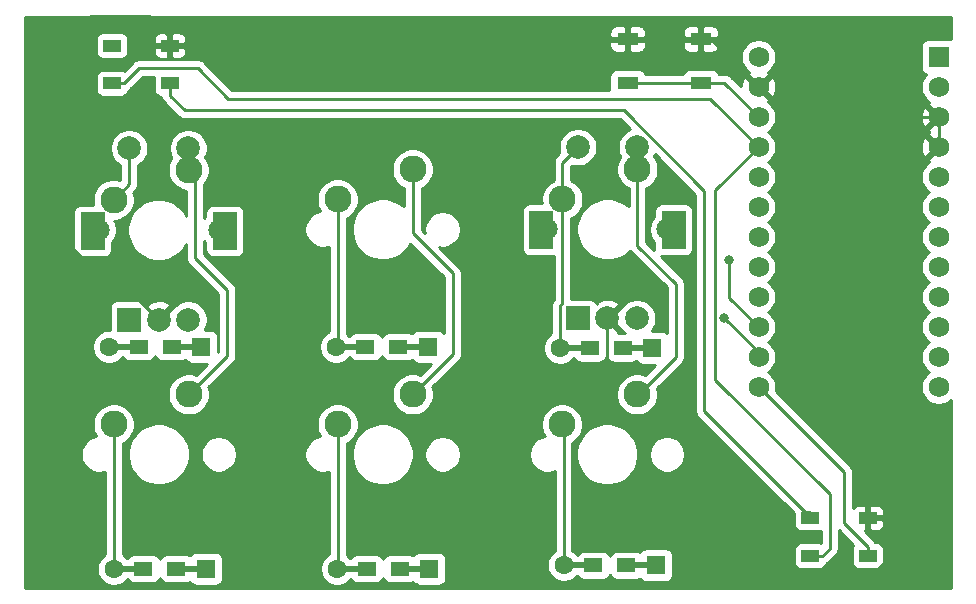
<source format=gbl>
G04 #@! TF.GenerationSoftware,KiCad,Pcbnew,(5.1.5)-3*
G04 #@! TF.CreationDate,2020-07-09T22:20:04+02:00*
G04 #@! TF.ProjectId,2x3_macropad,3278335f-6d61-4637-926f-7061642e6b69,rev?*
G04 #@! TF.SameCoordinates,Original*
G04 #@! TF.FileFunction,Copper,L2,Bot*
G04 #@! TF.FilePolarity,Positive*
%FSLAX46Y46*%
G04 Gerber Fmt 4.6, Leading zero omitted, Abs format (unit mm)*
G04 Created by KiCad (PCBNEW (5.1.5)-3) date 2020-07-09 22:20:04*
%MOMM*%
%LPD*%
G04 APERTURE LIST*
%ADD10R,1.800000X1.100000*%
%ADD11R,2.000000X2.000000*%
%ADD12C,2.000000*%
%ADD13R,2.000000X3.200000*%
%ADD14R,1.500000X1.000000*%
%ADD15R,2.900000X0.500000*%
%ADD16R,1.600000X1.200000*%
%ADD17C,1.600000*%
%ADD18R,1.600000X1.600000*%
%ADD19C,2.286000*%
%ADD20C,1.800000*%
%ADD21R,1.752600X1.752600*%
%ADD22C,1.752600*%
%ADD23C,0.800000*%
%ADD24C,0.250000*%
%ADD25C,0.254000*%
G04 APERTURE END LIST*
D10*
X110200000Y-121250000D03*
X116400000Y-121250000D03*
X110200000Y-117550000D03*
X116400000Y-117550000D03*
D11*
X68000000Y-141300000D03*
D12*
X70500000Y-141300000D03*
X73000000Y-141300000D03*
D13*
X64900000Y-133800000D03*
X76100000Y-133800000D03*
D12*
X68000000Y-126800000D03*
X73000000Y-126800000D03*
D14*
X125650000Y-161300000D03*
X125650000Y-158100000D03*
X130550000Y-161300000D03*
X130550000Y-158100000D03*
X71450000Y-118100000D03*
X71450000Y-121300000D03*
X66550000Y-118100000D03*
X66550000Y-121300000D03*
D15*
X67700000Y-143600000D03*
D16*
X68800000Y-143600000D03*
X71600000Y-143600000D03*
D15*
X72700000Y-143600000D03*
D17*
X66300000Y-143600000D03*
D18*
X74100000Y-143600000D03*
X74500000Y-162400000D03*
D17*
X66700000Y-162400000D03*
D15*
X73100000Y-162400000D03*
D16*
X72000000Y-162400000D03*
X69200000Y-162400000D03*
D15*
X68100000Y-162400000D03*
X86900000Y-143600000D03*
D16*
X88000000Y-143600000D03*
X90800000Y-143600000D03*
D15*
X91900000Y-143600000D03*
D17*
X85500000Y-143600000D03*
D18*
X93300000Y-143600000D03*
X93400000Y-162400000D03*
D17*
X85600000Y-162400000D03*
D15*
X92000000Y-162400000D03*
D16*
X90900000Y-162400000D03*
X88100000Y-162400000D03*
D15*
X87000000Y-162400000D03*
X105900000Y-143700000D03*
D16*
X107000000Y-143700000D03*
X109800000Y-143700000D03*
D15*
X110900000Y-143700000D03*
D17*
X104500000Y-143700000D03*
D18*
X112300000Y-143700000D03*
X112600000Y-162100000D03*
D17*
X104800000Y-162100000D03*
D15*
X111200000Y-162100000D03*
D16*
X110100000Y-162100000D03*
X107300000Y-162100000D03*
D15*
X106200000Y-162100000D03*
D19*
X73040000Y-147637500D03*
X66690000Y-150177500D03*
X85650000Y-131127500D03*
X92000000Y-128587500D03*
X85650000Y-150177500D03*
X92000000Y-147637500D03*
D20*
X113580000Y-133667500D03*
X103420000Y-133667500D03*
D19*
X104690000Y-131127500D03*
X111040000Y-128587500D03*
X111000000Y-147637500D03*
X104650000Y-150177500D03*
X73025000Y-128620000D03*
X66675000Y-131160000D03*
D20*
X65405000Y-133700000D03*
X75565000Y-133700000D03*
D12*
X111000000Y-126700000D03*
X106000000Y-126700000D03*
D13*
X114100000Y-133700000D03*
X102900000Y-133700000D03*
D12*
X111000000Y-141200000D03*
X108500000Y-141200000D03*
D11*
X106000000Y-141200000D03*
D21*
X136525000Y-119062500D03*
D22*
X136525000Y-121602500D03*
X136525000Y-124142500D03*
X136525000Y-126682500D03*
X136525000Y-129222500D03*
X136525000Y-131762500D03*
X136525000Y-134302500D03*
X136525000Y-136842500D03*
X136525000Y-139382500D03*
X136525000Y-141922500D03*
X136525000Y-144462500D03*
X121285000Y-147002500D03*
X121285000Y-144462500D03*
X121285000Y-141922500D03*
X121285000Y-139382500D03*
X121285000Y-136842500D03*
X121285000Y-134302500D03*
X121285000Y-131762500D03*
X121285000Y-129222500D03*
X121285000Y-126682500D03*
X121285000Y-124142500D03*
X121285000Y-121602500D03*
X136525000Y-147002500D03*
X121285000Y-119062500D03*
D23*
X118400000Y-141200000D03*
X118800000Y-136300000D03*
D24*
X67550000Y-121300000D02*
X68850000Y-120000000D01*
X66550000Y-121300000D02*
X67550000Y-121300000D01*
X73800000Y-120000000D02*
X76400000Y-122600000D01*
X68850000Y-120000000D02*
X73800000Y-120000000D01*
X117202500Y-122600000D02*
X121285000Y-126682500D01*
X76400000Y-122600000D02*
X117202500Y-122600000D01*
X126700000Y-161300000D02*
X125650000Y-161300000D01*
X117600000Y-130367500D02*
X117600000Y-146400000D01*
X127300000Y-160700000D02*
X126700000Y-161300000D01*
X121285000Y-126682500D02*
X117600000Y-130367500D01*
X117600000Y-146400000D02*
X127300000Y-156100000D01*
X127300000Y-156100000D02*
X127300000Y-160700000D01*
X125650000Y-157600000D02*
X125200000Y-157600000D01*
X72700000Y-123600000D02*
X71450000Y-122350000D01*
X125250000Y-157600000D02*
X116700000Y-149050000D01*
X125650000Y-157600000D02*
X125250000Y-157600000D01*
X116700000Y-149050000D02*
X116700000Y-130438998D01*
X71450000Y-122350000D02*
X71450000Y-121300000D01*
X116700000Y-130438998D02*
X109861002Y-123600000D01*
X109861002Y-123600000D02*
X72700000Y-123600000D01*
X130550000Y-160550000D02*
X128500000Y-158500000D01*
X130550000Y-161300000D02*
X130550000Y-160550000D01*
X128500000Y-154217500D02*
X121285000Y-147002500D01*
X128500000Y-158500000D02*
X128500000Y-154217500D01*
X130550000Y-157000000D02*
X130550000Y-156250000D01*
X132600000Y-130607500D02*
X136525000Y-126682500D01*
X132600000Y-154200000D02*
X132600000Y-130607500D01*
X132200000Y-154600000D02*
X132600000Y-154200000D01*
X130550000Y-156250000D02*
X132200000Y-154600000D01*
X70500000Y-141300000D02*
X66500000Y-137300000D01*
X65214998Y-137300000D02*
X62500000Y-134585002D01*
X66500000Y-137300000D02*
X65214998Y-137300000D01*
X62500000Y-117900000D02*
X64800000Y-115600000D01*
X62500000Y-134585002D02*
X62500000Y-117900000D01*
X71450000Y-117350000D02*
X71450000Y-118100000D01*
X69700000Y-115600000D02*
X71450000Y-117350000D01*
X64800000Y-115600000D02*
X69700000Y-115600000D01*
X136525000Y-125381775D02*
X136525000Y-126682500D01*
X136525000Y-124142500D02*
X136525000Y-125381775D01*
X123825000Y-124142500D02*
X121285000Y-121602500D01*
X136525000Y-124142500D02*
X123825000Y-124142500D01*
X72450000Y-118100000D02*
X74650000Y-115900000D01*
X71450000Y-118100000D02*
X72450000Y-118100000D01*
X116500000Y-116750000D02*
X116500000Y-117500000D01*
X115650000Y-115900000D02*
X116500000Y-116750000D01*
X74650000Y-115900000D02*
X115650000Y-115900000D01*
X130550000Y-157000000D02*
X130550000Y-157600000D01*
X111800000Y-151400000D02*
X108500000Y-148100000D01*
X132200000Y-161700000D02*
X131100000Y-162800000D01*
X111800000Y-153900000D02*
X111800000Y-151400000D01*
X108500000Y-148100000D02*
X108500000Y-141200000D01*
X132200000Y-154600000D02*
X132200000Y-161700000D01*
X131100000Y-162800000D02*
X120700000Y-162800000D01*
X120700000Y-162800000D02*
X111800000Y-153900000D01*
X110200000Y-117550000D02*
X116400000Y-117550000D01*
X117232500Y-117550000D02*
X116400000Y-117550000D01*
X121285000Y-121602500D02*
X117232500Y-117550000D01*
X68000000Y-129835000D02*
X66675000Y-131160000D01*
X68000000Y-126800000D02*
X68000000Y-129835000D01*
X85650000Y-143450000D02*
X85500000Y-143600000D01*
X85650000Y-131127500D02*
X85650000Y-143450000D01*
X104690000Y-128010000D02*
X104690000Y-131127500D01*
X106000000Y-126700000D02*
X104690000Y-128010000D01*
X104500000Y-140114998D02*
X104500000Y-142568630D01*
X104500000Y-142568630D02*
X104500000Y-143700000D01*
X104690000Y-139924998D02*
X104500000Y-140114998D01*
X104690000Y-131127500D02*
X104690000Y-139924998D01*
X66690000Y-162390000D02*
X66700000Y-162400000D01*
X66690000Y-150177500D02*
X66690000Y-162390000D01*
X85650000Y-162350000D02*
X85600000Y-162400000D01*
X85650000Y-150177500D02*
X85650000Y-162350000D01*
X104775000Y-162075000D02*
X104800000Y-162100000D01*
X104775000Y-150177500D02*
X104775000Y-162075000D01*
X73040000Y-147637500D02*
X75300000Y-145377500D01*
X73600000Y-129195000D02*
X73025000Y-128620000D01*
X73600000Y-136100000D02*
X73600000Y-129195000D01*
X76300000Y-138800000D02*
X73600000Y-136100000D01*
X73040000Y-147637500D02*
X76300000Y-144377500D01*
X76300000Y-144377500D02*
X76300000Y-138800000D01*
X92000000Y-147637500D02*
X95400000Y-144237500D01*
X95400000Y-144237500D02*
X95400000Y-137400000D01*
X92000000Y-134000000D02*
X92000000Y-128587500D01*
X95400000Y-137400000D02*
X92000000Y-134000000D01*
X111040000Y-135040000D02*
X111040000Y-128587500D01*
X114262500Y-138262500D02*
X111040000Y-135040000D01*
X111125000Y-147637500D02*
X114262500Y-144500000D01*
X114262500Y-144500000D02*
X114262500Y-138262500D01*
X118392500Y-121250000D02*
X121285000Y-124142500D01*
X116400000Y-121250000D02*
X118392500Y-121250000D01*
X115250000Y-121250000D02*
X110200000Y-121250000D01*
X116400000Y-121250000D02*
X115250000Y-121250000D01*
X121285000Y-144085000D02*
X121285000Y-144462500D01*
X118400000Y-141200000D02*
X121285000Y-144085000D01*
X118800000Y-139437500D02*
X121285000Y-141922500D01*
X118800000Y-136300000D02*
X118800000Y-139437500D01*
D25*
G36*
X137590001Y-117579869D02*
G01*
X137525782Y-117560388D01*
X137401300Y-117548128D01*
X135648700Y-117548128D01*
X135524218Y-117560388D01*
X135404520Y-117596698D01*
X135294206Y-117655663D01*
X135197515Y-117735015D01*
X135118163Y-117831706D01*
X135059198Y-117942020D01*
X135022888Y-118061718D01*
X135010628Y-118186200D01*
X135010628Y-119938800D01*
X135022888Y-120063282D01*
X135059198Y-120182980D01*
X135118163Y-120293294D01*
X135197515Y-120389985D01*
X135294206Y-120469337D01*
X135404520Y-120528302D01*
X135448542Y-120541656D01*
X135351096Y-120639102D01*
X135185703Y-120886631D01*
X135071778Y-121161670D01*
X135013700Y-121453650D01*
X135013700Y-121751350D01*
X135071778Y-122043330D01*
X135185703Y-122318369D01*
X135351096Y-122565898D01*
X135561602Y-122776404D01*
X135724809Y-122885455D01*
X135657437Y-123095331D01*
X136525000Y-123962895D01*
X136539142Y-123948752D01*
X136718748Y-124128358D01*
X136704605Y-124142500D01*
X136718748Y-124156642D01*
X136539142Y-124336248D01*
X136525000Y-124322105D01*
X135657437Y-125189669D01*
X135728968Y-125412500D01*
X135657437Y-125635331D01*
X136525000Y-126502895D01*
X136539142Y-126488752D01*
X136718748Y-126668358D01*
X136704605Y-126682500D01*
X136718748Y-126696642D01*
X136539142Y-126876248D01*
X136525000Y-126862105D01*
X135657437Y-127729669D01*
X135724809Y-127939545D01*
X135561602Y-128048596D01*
X135351096Y-128259102D01*
X135185703Y-128506631D01*
X135071778Y-128781670D01*
X135013700Y-129073650D01*
X135013700Y-129371350D01*
X135071778Y-129663330D01*
X135185703Y-129938369D01*
X135351096Y-130185898D01*
X135561602Y-130396404D01*
X135705420Y-130492500D01*
X135561602Y-130588596D01*
X135351096Y-130799102D01*
X135185703Y-131046631D01*
X135071778Y-131321670D01*
X135013700Y-131613650D01*
X135013700Y-131911350D01*
X135071778Y-132203330D01*
X135185703Y-132478369D01*
X135351096Y-132725898D01*
X135561602Y-132936404D01*
X135705420Y-133032500D01*
X135561602Y-133128596D01*
X135351096Y-133339102D01*
X135185703Y-133586631D01*
X135071778Y-133861670D01*
X135013700Y-134153650D01*
X135013700Y-134451350D01*
X135071778Y-134743330D01*
X135185703Y-135018369D01*
X135351096Y-135265898D01*
X135561602Y-135476404D01*
X135705420Y-135572500D01*
X135561602Y-135668596D01*
X135351096Y-135879102D01*
X135185703Y-136126631D01*
X135071778Y-136401670D01*
X135013700Y-136693650D01*
X135013700Y-136991350D01*
X135071778Y-137283330D01*
X135185703Y-137558369D01*
X135351096Y-137805898D01*
X135561602Y-138016404D01*
X135705420Y-138112500D01*
X135561602Y-138208596D01*
X135351096Y-138419102D01*
X135185703Y-138666631D01*
X135071778Y-138941670D01*
X135013700Y-139233650D01*
X135013700Y-139531350D01*
X135071778Y-139823330D01*
X135185703Y-140098369D01*
X135351096Y-140345898D01*
X135561602Y-140556404D01*
X135705420Y-140652500D01*
X135561602Y-140748596D01*
X135351096Y-140959102D01*
X135185703Y-141206631D01*
X135071778Y-141481670D01*
X135013700Y-141773650D01*
X135013700Y-142071350D01*
X135071778Y-142363330D01*
X135185703Y-142638369D01*
X135351096Y-142885898D01*
X135561602Y-143096404D01*
X135705420Y-143192500D01*
X135561602Y-143288596D01*
X135351096Y-143499102D01*
X135185703Y-143746631D01*
X135071778Y-144021670D01*
X135013700Y-144313650D01*
X135013700Y-144611350D01*
X135071778Y-144903330D01*
X135185703Y-145178369D01*
X135351096Y-145425898D01*
X135561602Y-145636404D01*
X135705420Y-145732500D01*
X135561602Y-145828596D01*
X135351096Y-146039102D01*
X135185703Y-146286631D01*
X135071778Y-146561670D01*
X135013700Y-146853650D01*
X135013700Y-147151350D01*
X135071778Y-147443330D01*
X135185703Y-147718369D01*
X135351096Y-147965898D01*
X135561602Y-148176404D01*
X135809131Y-148341797D01*
X136084170Y-148455722D01*
X136376150Y-148513800D01*
X136673850Y-148513800D01*
X136965830Y-148455722D01*
X137240869Y-148341797D01*
X137488398Y-148176404D01*
X137590000Y-148074802D01*
X137590000Y-164040000D01*
X59160000Y-164040000D01*
X59160000Y-152566316D01*
X63885000Y-152566316D01*
X63885000Y-152868684D01*
X63943989Y-153165243D01*
X64059701Y-153444595D01*
X64227688Y-153696005D01*
X64441495Y-153909812D01*
X64692905Y-154077799D01*
X64972257Y-154193511D01*
X65268816Y-154252500D01*
X65571184Y-154252500D01*
X65867743Y-154193511D01*
X65930000Y-154167723D01*
X65930001Y-161188638D01*
X65785241Y-161285363D01*
X65585363Y-161485241D01*
X65428320Y-161720273D01*
X65320147Y-161981426D01*
X65265000Y-162258665D01*
X65265000Y-162541335D01*
X65320147Y-162818574D01*
X65428320Y-163079727D01*
X65585363Y-163314759D01*
X65785241Y-163514637D01*
X66020273Y-163671680D01*
X66281426Y-163779853D01*
X66558665Y-163835000D01*
X66841335Y-163835000D01*
X67118574Y-163779853D01*
X67379727Y-163671680D01*
X67614759Y-163514637D01*
X67814637Y-163314759D01*
X67832469Y-163288072D01*
X67833959Y-163288072D01*
X67869463Y-163354494D01*
X67948815Y-163451185D01*
X68045506Y-163530537D01*
X68155820Y-163589502D01*
X68275518Y-163625812D01*
X68400000Y-163638072D01*
X70000000Y-163638072D01*
X70124482Y-163625812D01*
X70244180Y-163589502D01*
X70354494Y-163530537D01*
X70451185Y-163451185D01*
X70530537Y-163354494D01*
X70589502Y-163244180D01*
X70600000Y-163209573D01*
X70610498Y-163244180D01*
X70669463Y-163354494D01*
X70748815Y-163451185D01*
X70845506Y-163530537D01*
X70955820Y-163589502D01*
X71075518Y-163625812D01*
X71200000Y-163638072D01*
X72800000Y-163638072D01*
X72924482Y-163625812D01*
X73044180Y-163589502D01*
X73154494Y-163530537D01*
X73155998Y-163529303D01*
X73169463Y-163554494D01*
X73248815Y-163651185D01*
X73345506Y-163730537D01*
X73455820Y-163789502D01*
X73575518Y-163825812D01*
X73700000Y-163838072D01*
X75300000Y-163838072D01*
X75424482Y-163825812D01*
X75544180Y-163789502D01*
X75654494Y-163730537D01*
X75751185Y-163651185D01*
X75830537Y-163554494D01*
X75889502Y-163444180D01*
X75925812Y-163324482D01*
X75938072Y-163200000D01*
X75938072Y-161600000D01*
X75925812Y-161475518D01*
X75889502Y-161355820D01*
X75830537Y-161245506D01*
X75751185Y-161148815D01*
X75654494Y-161069463D01*
X75544180Y-161010498D01*
X75424482Y-160974188D01*
X75300000Y-160961928D01*
X73700000Y-160961928D01*
X73575518Y-160974188D01*
X73455820Y-161010498D01*
X73345506Y-161069463D01*
X73248815Y-161148815D01*
X73169463Y-161245506D01*
X73155998Y-161270697D01*
X73154494Y-161269463D01*
X73044180Y-161210498D01*
X72924482Y-161174188D01*
X72800000Y-161161928D01*
X71200000Y-161161928D01*
X71075518Y-161174188D01*
X70955820Y-161210498D01*
X70845506Y-161269463D01*
X70748815Y-161348815D01*
X70669463Y-161445506D01*
X70610498Y-161555820D01*
X70600000Y-161590427D01*
X70589502Y-161555820D01*
X70530537Y-161445506D01*
X70451185Y-161348815D01*
X70354494Y-161269463D01*
X70244180Y-161210498D01*
X70124482Y-161174188D01*
X70000000Y-161161928D01*
X68400000Y-161161928D01*
X68275518Y-161174188D01*
X68155820Y-161210498D01*
X68045506Y-161269463D01*
X67948815Y-161348815D01*
X67869463Y-161445506D01*
X67833959Y-161511928D01*
X67832469Y-161511928D01*
X67814637Y-161485241D01*
X67614759Y-161285363D01*
X67450000Y-161175275D01*
X67450000Y-152458576D01*
X67871100Y-152458576D01*
X67871100Y-152976424D01*
X67972127Y-153484322D01*
X68170299Y-153962751D01*
X68458000Y-154393326D01*
X68824174Y-154759500D01*
X69254749Y-155047201D01*
X69733178Y-155245373D01*
X70241076Y-155346400D01*
X70758924Y-155346400D01*
X71266822Y-155245373D01*
X71745251Y-155047201D01*
X72175826Y-154759500D01*
X72542000Y-154393326D01*
X72829701Y-153962751D01*
X73027873Y-153484322D01*
X73128900Y-152976424D01*
X73128900Y-152566316D01*
X74045000Y-152566316D01*
X74045000Y-152868684D01*
X74103989Y-153165243D01*
X74219701Y-153444595D01*
X74387688Y-153696005D01*
X74601495Y-153909812D01*
X74852905Y-154077799D01*
X75132257Y-154193511D01*
X75428816Y-154252500D01*
X75731184Y-154252500D01*
X76027743Y-154193511D01*
X76307095Y-154077799D01*
X76558505Y-153909812D01*
X76772312Y-153696005D01*
X76940299Y-153444595D01*
X77056011Y-153165243D01*
X77115000Y-152868684D01*
X77115000Y-152566316D01*
X82845000Y-152566316D01*
X82845000Y-152868684D01*
X82903989Y-153165243D01*
X83019701Y-153444595D01*
X83187688Y-153696005D01*
X83401495Y-153909812D01*
X83652905Y-154077799D01*
X83932257Y-154193511D01*
X84228816Y-154252500D01*
X84531184Y-154252500D01*
X84827743Y-154193511D01*
X84890000Y-154167723D01*
X84890001Y-161148547D01*
X84685241Y-161285363D01*
X84485363Y-161485241D01*
X84328320Y-161720273D01*
X84220147Y-161981426D01*
X84165000Y-162258665D01*
X84165000Y-162541335D01*
X84220147Y-162818574D01*
X84328320Y-163079727D01*
X84485363Y-163314759D01*
X84685241Y-163514637D01*
X84920273Y-163671680D01*
X85181426Y-163779853D01*
X85458665Y-163835000D01*
X85741335Y-163835000D01*
X86018574Y-163779853D01*
X86279727Y-163671680D01*
X86514759Y-163514637D01*
X86714637Y-163314759D01*
X86732469Y-163288072D01*
X86733959Y-163288072D01*
X86769463Y-163354494D01*
X86848815Y-163451185D01*
X86945506Y-163530537D01*
X87055820Y-163589502D01*
X87175518Y-163625812D01*
X87300000Y-163638072D01*
X88900000Y-163638072D01*
X89024482Y-163625812D01*
X89144180Y-163589502D01*
X89254494Y-163530537D01*
X89351185Y-163451185D01*
X89430537Y-163354494D01*
X89489502Y-163244180D01*
X89500000Y-163209573D01*
X89510498Y-163244180D01*
X89569463Y-163354494D01*
X89648815Y-163451185D01*
X89745506Y-163530537D01*
X89855820Y-163589502D01*
X89975518Y-163625812D01*
X90100000Y-163638072D01*
X91700000Y-163638072D01*
X91824482Y-163625812D01*
X91944180Y-163589502D01*
X92054494Y-163530537D01*
X92055998Y-163529303D01*
X92069463Y-163554494D01*
X92148815Y-163651185D01*
X92245506Y-163730537D01*
X92355820Y-163789502D01*
X92475518Y-163825812D01*
X92600000Y-163838072D01*
X94200000Y-163838072D01*
X94324482Y-163825812D01*
X94444180Y-163789502D01*
X94554494Y-163730537D01*
X94651185Y-163651185D01*
X94730537Y-163554494D01*
X94789502Y-163444180D01*
X94825812Y-163324482D01*
X94838072Y-163200000D01*
X94838072Y-161600000D01*
X94825812Y-161475518D01*
X94789502Y-161355820D01*
X94730537Y-161245506D01*
X94651185Y-161148815D01*
X94554494Y-161069463D01*
X94444180Y-161010498D01*
X94324482Y-160974188D01*
X94200000Y-160961928D01*
X92600000Y-160961928D01*
X92475518Y-160974188D01*
X92355820Y-161010498D01*
X92245506Y-161069463D01*
X92148815Y-161148815D01*
X92069463Y-161245506D01*
X92055998Y-161270697D01*
X92054494Y-161269463D01*
X91944180Y-161210498D01*
X91824482Y-161174188D01*
X91700000Y-161161928D01*
X90100000Y-161161928D01*
X89975518Y-161174188D01*
X89855820Y-161210498D01*
X89745506Y-161269463D01*
X89648815Y-161348815D01*
X89569463Y-161445506D01*
X89510498Y-161555820D01*
X89500000Y-161590427D01*
X89489502Y-161555820D01*
X89430537Y-161445506D01*
X89351185Y-161348815D01*
X89254494Y-161269463D01*
X89144180Y-161210498D01*
X89024482Y-161174188D01*
X88900000Y-161161928D01*
X87300000Y-161161928D01*
X87175518Y-161174188D01*
X87055820Y-161210498D01*
X86945506Y-161269463D01*
X86848815Y-161348815D01*
X86769463Y-161445506D01*
X86733959Y-161511928D01*
X86732469Y-161511928D01*
X86714637Y-161485241D01*
X86514759Y-161285363D01*
X86410000Y-161215365D01*
X86410000Y-152458576D01*
X86831100Y-152458576D01*
X86831100Y-152976424D01*
X86932127Y-153484322D01*
X87130299Y-153962751D01*
X87418000Y-154393326D01*
X87784174Y-154759500D01*
X88214749Y-155047201D01*
X88693178Y-155245373D01*
X89201076Y-155346400D01*
X89718924Y-155346400D01*
X90226822Y-155245373D01*
X90705251Y-155047201D01*
X91135826Y-154759500D01*
X91502000Y-154393326D01*
X91789701Y-153962751D01*
X91987873Y-153484322D01*
X92088900Y-152976424D01*
X92088900Y-152566316D01*
X93005000Y-152566316D01*
X93005000Y-152868684D01*
X93063989Y-153165243D01*
X93179701Y-153444595D01*
X93347688Y-153696005D01*
X93561495Y-153909812D01*
X93812905Y-154077799D01*
X94092257Y-154193511D01*
X94388816Y-154252500D01*
X94691184Y-154252500D01*
X94987743Y-154193511D01*
X95267095Y-154077799D01*
X95518505Y-153909812D01*
X95732312Y-153696005D01*
X95900299Y-153444595D01*
X96016011Y-153165243D01*
X96075000Y-152868684D01*
X96075000Y-152566316D01*
X101845000Y-152566316D01*
X101845000Y-152868684D01*
X101903989Y-153165243D01*
X102019701Y-153444595D01*
X102187688Y-153696005D01*
X102401495Y-153909812D01*
X102652905Y-154077799D01*
X102932257Y-154193511D01*
X103228816Y-154252500D01*
X103531184Y-154252500D01*
X103827743Y-154193511D01*
X104015000Y-154115946D01*
X104015001Y-160898660D01*
X103885241Y-160985363D01*
X103685363Y-161185241D01*
X103528320Y-161420273D01*
X103420147Y-161681426D01*
X103365000Y-161958665D01*
X103365000Y-162241335D01*
X103420147Y-162518574D01*
X103528320Y-162779727D01*
X103685363Y-163014759D01*
X103885241Y-163214637D01*
X104120273Y-163371680D01*
X104381426Y-163479853D01*
X104658665Y-163535000D01*
X104941335Y-163535000D01*
X105218574Y-163479853D01*
X105479727Y-163371680D01*
X105714759Y-163214637D01*
X105914637Y-163014759D01*
X105932469Y-162988072D01*
X105933959Y-162988072D01*
X105969463Y-163054494D01*
X106048815Y-163151185D01*
X106145506Y-163230537D01*
X106255820Y-163289502D01*
X106375518Y-163325812D01*
X106500000Y-163338072D01*
X108100000Y-163338072D01*
X108224482Y-163325812D01*
X108344180Y-163289502D01*
X108454494Y-163230537D01*
X108551185Y-163151185D01*
X108630537Y-163054494D01*
X108689502Y-162944180D01*
X108700000Y-162909573D01*
X108710498Y-162944180D01*
X108769463Y-163054494D01*
X108848815Y-163151185D01*
X108945506Y-163230537D01*
X109055820Y-163289502D01*
X109175518Y-163325812D01*
X109300000Y-163338072D01*
X110900000Y-163338072D01*
X111024482Y-163325812D01*
X111144180Y-163289502D01*
X111254494Y-163230537D01*
X111255998Y-163229303D01*
X111269463Y-163254494D01*
X111348815Y-163351185D01*
X111445506Y-163430537D01*
X111555820Y-163489502D01*
X111675518Y-163525812D01*
X111800000Y-163538072D01*
X113400000Y-163538072D01*
X113524482Y-163525812D01*
X113644180Y-163489502D01*
X113754494Y-163430537D01*
X113851185Y-163351185D01*
X113930537Y-163254494D01*
X113989502Y-163144180D01*
X114025812Y-163024482D01*
X114038072Y-162900000D01*
X114038072Y-161300000D01*
X114025812Y-161175518D01*
X113989502Y-161055820D01*
X113930537Y-160945506D01*
X113851185Y-160848815D01*
X113754494Y-160769463D01*
X113644180Y-160710498D01*
X113524482Y-160674188D01*
X113400000Y-160661928D01*
X111800000Y-160661928D01*
X111675518Y-160674188D01*
X111555820Y-160710498D01*
X111445506Y-160769463D01*
X111348815Y-160848815D01*
X111269463Y-160945506D01*
X111255998Y-160970697D01*
X111254494Y-160969463D01*
X111144180Y-160910498D01*
X111024482Y-160874188D01*
X110900000Y-160861928D01*
X109300000Y-160861928D01*
X109175518Y-160874188D01*
X109055820Y-160910498D01*
X108945506Y-160969463D01*
X108848815Y-161048815D01*
X108769463Y-161145506D01*
X108710498Y-161255820D01*
X108700000Y-161290427D01*
X108689502Y-161255820D01*
X108630537Y-161145506D01*
X108551185Y-161048815D01*
X108454494Y-160969463D01*
X108344180Y-160910498D01*
X108224482Y-160874188D01*
X108100000Y-160861928D01*
X106500000Y-160861928D01*
X106375518Y-160874188D01*
X106255820Y-160910498D01*
X106145506Y-160969463D01*
X106048815Y-161048815D01*
X105969463Y-161145506D01*
X105933959Y-161211928D01*
X105932469Y-161211928D01*
X105914637Y-161185241D01*
X105714759Y-160985363D01*
X105535000Y-160865252D01*
X105535000Y-152458576D01*
X105831100Y-152458576D01*
X105831100Y-152976424D01*
X105932127Y-153484322D01*
X106130299Y-153962751D01*
X106418000Y-154393326D01*
X106784174Y-154759500D01*
X107214749Y-155047201D01*
X107693178Y-155245373D01*
X108201076Y-155346400D01*
X108718924Y-155346400D01*
X109226822Y-155245373D01*
X109705251Y-155047201D01*
X110135826Y-154759500D01*
X110502000Y-154393326D01*
X110789701Y-153962751D01*
X110987873Y-153484322D01*
X111088900Y-152976424D01*
X111088900Y-152566316D01*
X112005000Y-152566316D01*
X112005000Y-152868684D01*
X112063989Y-153165243D01*
X112179701Y-153444595D01*
X112347688Y-153696005D01*
X112561495Y-153909812D01*
X112812905Y-154077799D01*
X113092257Y-154193511D01*
X113388816Y-154252500D01*
X113691184Y-154252500D01*
X113987743Y-154193511D01*
X114267095Y-154077799D01*
X114518505Y-153909812D01*
X114732312Y-153696005D01*
X114900299Y-153444595D01*
X115016011Y-153165243D01*
X115075000Y-152868684D01*
X115075000Y-152566316D01*
X115016011Y-152269757D01*
X114900299Y-151990405D01*
X114732312Y-151738995D01*
X114518505Y-151525188D01*
X114267095Y-151357201D01*
X113987743Y-151241489D01*
X113691184Y-151182500D01*
X113388816Y-151182500D01*
X113092257Y-151241489D01*
X112812905Y-151357201D01*
X112561495Y-151525188D01*
X112347688Y-151738995D01*
X112179701Y-151990405D01*
X112063989Y-152269757D01*
X112005000Y-152566316D01*
X111088900Y-152566316D01*
X111088900Y-152458576D01*
X110987873Y-151950678D01*
X110789701Y-151472249D01*
X110502000Y-151041674D01*
X110135826Y-150675500D01*
X109705251Y-150387799D01*
X109226822Y-150189627D01*
X108718924Y-150088600D01*
X108201076Y-150088600D01*
X107693178Y-150189627D01*
X107214749Y-150387799D01*
X106784174Y-150675500D01*
X106418000Y-151041674D01*
X106130299Y-151472249D01*
X105932127Y-151950678D01*
X105831100Y-152458576D01*
X105535000Y-152458576D01*
X105535000Y-151724544D01*
X105783409Y-151558563D01*
X106031063Y-151310909D01*
X106225643Y-151019699D01*
X106359672Y-150696123D01*
X106428000Y-150352618D01*
X106428000Y-150002382D01*
X106359672Y-149658877D01*
X106225643Y-149335301D01*
X106031063Y-149044091D01*
X105783409Y-148796437D01*
X105492199Y-148601857D01*
X105168623Y-148467828D01*
X104825118Y-148399500D01*
X104474882Y-148399500D01*
X104131377Y-148467828D01*
X103807801Y-148601857D01*
X103516591Y-148796437D01*
X103268937Y-149044091D01*
X103074357Y-149335301D01*
X102940328Y-149658877D01*
X102872000Y-150002382D01*
X102872000Y-150352618D01*
X102940328Y-150696123D01*
X103074357Y-151019699D01*
X103188496Y-151190520D01*
X102932257Y-151241489D01*
X102652905Y-151357201D01*
X102401495Y-151525188D01*
X102187688Y-151738995D01*
X102019701Y-151990405D01*
X101903989Y-152269757D01*
X101845000Y-152566316D01*
X96075000Y-152566316D01*
X96016011Y-152269757D01*
X95900299Y-151990405D01*
X95732312Y-151738995D01*
X95518505Y-151525188D01*
X95267095Y-151357201D01*
X94987743Y-151241489D01*
X94691184Y-151182500D01*
X94388816Y-151182500D01*
X94092257Y-151241489D01*
X93812905Y-151357201D01*
X93561495Y-151525188D01*
X93347688Y-151738995D01*
X93179701Y-151990405D01*
X93063989Y-152269757D01*
X93005000Y-152566316D01*
X92088900Y-152566316D01*
X92088900Y-152458576D01*
X91987873Y-151950678D01*
X91789701Y-151472249D01*
X91502000Y-151041674D01*
X91135826Y-150675500D01*
X90705251Y-150387799D01*
X90226822Y-150189627D01*
X89718924Y-150088600D01*
X89201076Y-150088600D01*
X88693178Y-150189627D01*
X88214749Y-150387799D01*
X87784174Y-150675500D01*
X87418000Y-151041674D01*
X87130299Y-151472249D01*
X86932127Y-151950678D01*
X86831100Y-152458576D01*
X86410000Y-152458576D01*
X86410000Y-151787191D01*
X86492199Y-151753143D01*
X86783409Y-151558563D01*
X87031063Y-151310909D01*
X87225643Y-151019699D01*
X87359672Y-150696123D01*
X87428000Y-150352618D01*
X87428000Y-150002382D01*
X87359672Y-149658877D01*
X87225643Y-149335301D01*
X87031063Y-149044091D01*
X86783409Y-148796437D01*
X86492199Y-148601857D01*
X86168623Y-148467828D01*
X85825118Y-148399500D01*
X85474882Y-148399500D01*
X85131377Y-148467828D01*
X84807801Y-148601857D01*
X84516591Y-148796437D01*
X84268937Y-149044091D01*
X84074357Y-149335301D01*
X83940328Y-149658877D01*
X83872000Y-150002382D01*
X83872000Y-150352618D01*
X83940328Y-150696123D01*
X84074357Y-151019699D01*
X84188496Y-151190520D01*
X83932257Y-151241489D01*
X83652905Y-151357201D01*
X83401495Y-151525188D01*
X83187688Y-151738995D01*
X83019701Y-151990405D01*
X82903989Y-152269757D01*
X82845000Y-152566316D01*
X77115000Y-152566316D01*
X77056011Y-152269757D01*
X76940299Y-151990405D01*
X76772312Y-151738995D01*
X76558505Y-151525188D01*
X76307095Y-151357201D01*
X76027743Y-151241489D01*
X75731184Y-151182500D01*
X75428816Y-151182500D01*
X75132257Y-151241489D01*
X74852905Y-151357201D01*
X74601495Y-151525188D01*
X74387688Y-151738995D01*
X74219701Y-151990405D01*
X74103989Y-152269757D01*
X74045000Y-152566316D01*
X73128900Y-152566316D01*
X73128900Y-152458576D01*
X73027873Y-151950678D01*
X72829701Y-151472249D01*
X72542000Y-151041674D01*
X72175826Y-150675500D01*
X71745251Y-150387799D01*
X71266822Y-150189627D01*
X70758924Y-150088600D01*
X70241076Y-150088600D01*
X69733178Y-150189627D01*
X69254749Y-150387799D01*
X68824174Y-150675500D01*
X68458000Y-151041674D01*
X68170299Y-151472249D01*
X67972127Y-151950678D01*
X67871100Y-152458576D01*
X67450000Y-152458576D01*
X67450000Y-151787191D01*
X67532199Y-151753143D01*
X67823409Y-151558563D01*
X68071063Y-151310909D01*
X68265643Y-151019699D01*
X68399672Y-150696123D01*
X68468000Y-150352618D01*
X68468000Y-150002382D01*
X68399672Y-149658877D01*
X68265643Y-149335301D01*
X68071063Y-149044091D01*
X67823409Y-148796437D01*
X67532199Y-148601857D01*
X67208623Y-148467828D01*
X66865118Y-148399500D01*
X66514882Y-148399500D01*
X66171377Y-148467828D01*
X65847801Y-148601857D01*
X65556591Y-148796437D01*
X65308937Y-149044091D01*
X65114357Y-149335301D01*
X64980328Y-149658877D01*
X64912000Y-150002382D01*
X64912000Y-150352618D01*
X64980328Y-150696123D01*
X65114357Y-151019699D01*
X65228496Y-151190520D01*
X64972257Y-151241489D01*
X64692905Y-151357201D01*
X64441495Y-151525188D01*
X64227688Y-151738995D01*
X64059701Y-151990405D01*
X63943989Y-152269757D01*
X63885000Y-152566316D01*
X59160000Y-152566316D01*
X59160000Y-143458665D01*
X64865000Y-143458665D01*
X64865000Y-143741335D01*
X64920147Y-144018574D01*
X65028320Y-144279727D01*
X65185363Y-144514759D01*
X65385241Y-144714637D01*
X65620273Y-144871680D01*
X65881426Y-144979853D01*
X66158665Y-145035000D01*
X66441335Y-145035000D01*
X66718574Y-144979853D01*
X66979727Y-144871680D01*
X67214759Y-144714637D01*
X67414637Y-144514759D01*
X67432469Y-144488072D01*
X67433959Y-144488072D01*
X67469463Y-144554494D01*
X67548815Y-144651185D01*
X67645506Y-144730537D01*
X67755820Y-144789502D01*
X67875518Y-144825812D01*
X68000000Y-144838072D01*
X69600000Y-144838072D01*
X69724482Y-144825812D01*
X69844180Y-144789502D01*
X69954494Y-144730537D01*
X70051185Y-144651185D01*
X70130537Y-144554494D01*
X70189502Y-144444180D01*
X70200000Y-144409573D01*
X70210498Y-144444180D01*
X70269463Y-144554494D01*
X70348815Y-144651185D01*
X70445506Y-144730537D01*
X70555820Y-144789502D01*
X70675518Y-144825812D01*
X70800000Y-144838072D01*
X72400000Y-144838072D01*
X72524482Y-144825812D01*
X72644180Y-144789502D01*
X72754494Y-144730537D01*
X72755998Y-144729303D01*
X72769463Y-144754494D01*
X72848815Y-144851185D01*
X72945506Y-144930537D01*
X73055820Y-144989502D01*
X73175518Y-145025812D01*
X73300000Y-145038072D01*
X74564626Y-145038072D01*
X73640822Y-145961876D01*
X73558623Y-145927828D01*
X73215118Y-145859500D01*
X72864882Y-145859500D01*
X72521377Y-145927828D01*
X72197801Y-146061857D01*
X71906591Y-146256437D01*
X71658937Y-146504091D01*
X71464357Y-146795301D01*
X71330328Y-147118877D01*
X71262000Y-147462382D01*
X71262000Y-147812618D01*
X71330328Y-148156123D01*
X71464357Y-148479699D01*
X71658937Y-148770909D01*
X71906591Y-149018563D01*
X72197801Y-149213143D01*
X72521377Y-149347172D01*
X72864882Y-149415500D01*
X73215118Y-149415500D01*
X73558623Y-149347172D01*
X73882199Y-149213143D01*
X74173409Y-149018563D01*
X74421063Y-148770909D01*
X74615643Y-148479699D01*
X74749672Y-148156123D01*
X74818000Y-147812618D01*
X74818000Y-147462382D01*
X74749672Y-147118877D01*
X74715624Y-147036678D01*
X75863799Y-145888503D01*
X75863800Y-145888501D01*
X76811004Y-144941298D01*
X76840001Y-144917501D01*
X76934974Y-144801776D01*
X77005546Y-144669747D01*
X77049003Y-144526486D01*
X77060000Y-144414833D01*
X77060000Y-144414824D01*
X77063676Y-144377501D01*
X77060000Y-144340178D01*
X77060000Y-138837333D01*
X77063677Y-138800000D01*
X77049003Y-138651014D01*
X77005546Y-138507753D01*
X76934974Y-138375724D01*
X76863799Y-138288997D01*
X76840001Y-138259999D01*
X76811003Y-138236201D01*
X74360000Y-135785199D01*
X74360000Y-134659516D01*
X74372688Y-134678505D01*
X74461928Y-134767745D01*
X74461928Y-135400000D01*
X74474188Y-135524482D01*
X74510498Y-135644180D01*
X74569463Y-135754494D01*
X74648815Y-135851185D01*
X74745506Y-135930537D01*
X74855820Y-135989502D01*
X74975518Y-136025812D01*
X75100000Y-136038072D01*
X77100000Y-136038072D01*
X77224482Y-136025812D01*
X77344180Y-135989502D01*
X77454494Y-135930537D01*
X77551185Y-135851185D01*
X77630537Y-135754494D01*
X77689502Y-135644180D01*
X77725812Y-135524482D01*
X77738072Y-135400000D01*
X77738072Y-133516316D01*
X82845000Y-133516316D01*
X82845000Y-133818684D01*
X82903989Y-134115243D01*
X83019701Y-134394595D01*
X83187688Y-134646005D01*
X83401495Y-134859812D01*
X83652905Y-135027799D01*
X83932257Y-135143511D01*
X84228816Y-135202500D01*
X84531184Y-135202500D01*
X84827743Y-135143511D01*
X84890000Y-135117723D01*
X84890001Y-142299438D01*
X84820273Y-142328320D01*
X84585241Y-142485363D01*
X84385363Y-142685241D01*
X84228320Y-142920273D01*
X84120147Y-143181426D01*
X84065000Y-143458665D01*
X84065000Y-143741335D01*
X84120147Y-144018574D01*
X84228320Y-144279727D01*
X84385363Y-144514759D01*
X84585241Y-144714637D01*
X84820273Y-144871680D01*
X85081426Y-144979853D01*
X85358665Y-145035000D01*
X85641335Y-145035000D01*
X85918574Y-144979853D01*
X86179727Y-144871680D01*
X86414759Y-144714637D01*
X86614637Y-144514759D01*
X86632469Y-144488072D01*
X86633959Y-144488072D01*
X86669463Y-144554494D01*
X86748815Y-144651185D01*
X86845506Y-144730537D01*
X86955820Y-144789502D01*
X87075518Y-144825812D01*
X87200000Y-144838072D01*
X88800000Y-144838072D01*
X88924482Y-144825812D01*
X89044180Y-144789502D01*
X89154494Y-144730537D01*
X89251185Y-144651185D01*
X89330537Y-144554494D01*
X89389502Y-144444180D01*
X89400000Y-144409573D01*
X89410498Y-144444180D01*
X89469463Y-144554494D01*
X89548815Y-144651185D01*
X89645506Y-144730537D01*
X89755820Y-144789502D01*
X89875518Y-144825812D01*
X90000000Y-144838072D01*
X91600000Y-144838072D01*
X91724482Y-144825812D01*
X91844180Y-144789502D01*
X91954494Y-144730537D01*
X91955998Y-144729303D01*
X91969463Y-144754494D01*
X92048815Y-144851185D01*
X92145506Y-144930537D01*
X92255820Y-144989502D01*
X92375518Y-145025812D01*
X92500000Y-145038072D01*
X93524626Y-145038072D01*
X92600823Y-145961876D01*
X92518623Y-145927828D01*
X92175118Y-145859500D01*
X91824882Y-145859500D01*
X91481377Y-145927828D01*
X91157801Y-146061857D01*
X90866591Y-146256437D01*
X90618937Y-146504091D01*
X90424357Y-146795301D01*
X90290328Y-147118877D01*
X90222000Y-147462382D01*
X90222000Y-147812618D01*
X90290328Y-148156123D01*
X90424357Y-148479699D01*
X90618937Y-148770909D01*
X90866591Y-149018563D01*
X91157801Y-149213143D01*
X91481377Y-149347172D01*
X91824882Y-149415500D01*
X92175118Y-149415500D01*
X92518623Y-149347172D01*
X92842199Y-149213143D01*
X93133409Y-149018563D01*
X93381063Y-148770909D01*
X93575643Y-148479699D01*
X93709672Y-148156123D01*
X93778000Y-147812618D01*
X93778000Y-147462382D01*
X93709672Y-147118877D01*
X93675624Y-147036677D01*
X95911004Y-144801298D01*
X95940001Y-144777501D01*
X95991592Y-144714637D01*
X96034974Y-144661777D01*
X96105546Y-144529747D01*
X96120473Y-144480537D01*
X96149003Y-144386486D01*
X96160000Y-144274833D01*
X96160000Y-144274824D01*
X96163676Y-144237501D01*
X96160000Y-144200178D01*
X96160000Y-137437322D01*
X96163676Y-137399999D01*
X96160000Y-137362676D01*
X96160000Y-137362667D01*
X96149003Y-137251014D01*
X96105546Y-137107753D01*
X96103506Y-137103937D01*
X96034974Y-136975723D01*
X95963799Y-136888997D01*
X95940001Y-136859999D01*
X95911003Y-136836201D01*
X94249612Y-135174811D01*
X94388816Y-135202500D01*
X94691184Y-135202500D01*
X94987743Y-135143511D01*
X95267095Y-135027799D01*
X95518505Y-134859812D01*
X95732312Y-134646005D01*
X95900299Y-134394595D01*
X96016011Y-134115243D01*
X96075000Y-133818684D01*
X96075000Y-133516316D01*
X96016011Y-133219757D01*
X95900299Y-132940405D01*
X95732312Y-132688995D01*
X95518505Y-132475188D01*
X95267095Y-132307201D01*
X94987743Y-132191489D01*
X94691184Y-132132500D01*
X94388816Y-132132500D01*
X94092257Y-132191489D01*
X93812905Y-132307201D01*
X93561495Y-132475188D01*
X93347688Y-132688995D01*
X93179701Y-132940405D01*
X93063989Y-133219757D01*
X93005000Y-133516316D01*
X93005000Y-133818684D01*
X93032689Y-133957888D01*
X92760000Y-133685199D01*
X92760000Y-130197191D01*
X92842199Y-130163143D01*
X93133409Y-129968563D01*
X93381063Y-129720909D01*
X93575643Y-129429699D01*
X93709672Y-129106123D01*
X93778000Y-128762618D01*
X93778000Y-128412382D01*
X93709672Y-128068877D01*
X93575643Y-127745301D01*
X93381063Y-127454091D01*
X93133409Y-127206437D01*
X92842199Y-127011857D01*
X92518623Y-126877828D01*
X92175118Y-126809500D01*
X91824882Y-126809500D01*
X91481377Y-126877828D01*
X91157801Y-127011857D01*
X90866591Y-127206437D01*
X90618937Y-127454091D01*
X90424357Y-127745301D01*
X90290328Y-128068877D01*
X90222000Y-128412382D01*
X90222000Y-128762618D01*
X90290328Y-129106123D01*
X90424357Y-129429699D01*
X90618937Y-129720909D01*
X90866591Y-129968563D01*
X91157801Y-130163143D01*
X91240001Y-130197191D01*
X91240000Y-131729674D01*
X91135826Y-131625500D01*
X90705251Y-131337799D01*
X90226822Y-131139627D01*
X89718924Y-131038600D01*
X89201076Y-131038600D01*
X88693178Y-131139627D01*
X88214749Y-131337799D01*
X87784174Y-131625500D01*
X87418000Y-131991674D01*
X87130299Y-132422249D01*
X86932127Y-132900678D01*
X86831100Y-133408576D01*
X86831100Y-133926424D01*
X86932127Y-134434322D01*
X87130299Y-134912751D01*
X87418000Y-135343326D01*
X87784174Y-135709500D01*
X88214749Y-135997201D01*
X88693178Y-136195373D01*
X89201076Y-136296400D01*
X89718924Y-136296400D01*
X90226822Y-136195373D01*
X90705251Y-135997201D01*
X91135826Y-135709500D01*
X91502000Y-135343326D01*
X91789701Y-134912751D01*
X91803833Y-134878634D01*
X94640001Y-137714803D01*
X94640000Y-142463210D01*
X94630537Y-142445506D01*
X94551185Y-142348815D01*
X94454494Y-142269463D01*
X94344180Y-142210498D01*
X94224482Y-142174188D01*
X94100000Y-142161928D01*
X92500000Y-142161928D01*
X92375518Y-142174188D01*
X92255820Y-142210498D01*
X92145506Y-142269463D01*
X92048815Y-142348815D01*
X91969463Y-142445506D01*
X91955998Y-142470697D01*
X91954494Y-142469463D01*
X91844180Y-142410498D01*
X91724482Y-142374188D01*
X91600000Y-142361928D01*
X90000000Y-142361928D01*
X89875518Y-142374188D01*
X89755820Y-142410498D01*
X89645506Y-142469463D01*
X89548815Y-142548815D01*
X89469463Y-142645506D01*
X89410498Y-142755820D01*
X89400000Y-142790427D01*
X89389502Y-142755820D01*
X89330537Y-142645506D01*
X89251185Y-142548815D01*
X89154494Y-142469463D01*
X89044180Y-142410498D01*
X88924482Y-142374188D01*
X88800000Y-142361928D01*
X87200000Y-142361928D01*
X87075518Y-142374188D01*
X86955820Y-142410498D01*
X86845506Y-142469463D01*
X86748815Y-142548815D01*
X86669463Y-142645506D01*
X86633959Y-142711928D01*
X86632469Y-142711928D01*
X86614637Y-142685241D01*
X86414759Y-142485363D01*
X86410000Y-142482183D01*
X86410000Y-132737191D01*
X86492199Y-132703143D01*
X86783409Y-132508563D01*
X87031063Y-132260909D01*
X87225643Y-131969699D01*
X87359672Y-131646123D01*
X87428000Y-131302618D01*
X87428000Y-130952382D01*
X87359672Y-130608877D01*
X87225643Y-130285301D01*
X87031063Y-129994091D01*
X86783409Y-129746437D01*
X86492199Y-129551857D01*
X86168623Y-129417828D01*
X85825118Y-129349500D01*
X85474882Y-129349500D01*
X85131377Y-129417828D01*
X84807801Y-129551857D01*
X84516591Y-129746437D01*
X84268937Y-129994091D01*
X84074357Y-130285301D01*
X83940328Y-130608877D01*
X83872000Y-130952382D01*
X83872000Y-131302618D01*
X83940328Y-131646123D01*
X84074357Y-131969699D01*
X84188496Y-132140520D01*
X83932257Y-132191489D01*
X83652905Y-132307201D01*
X83401495Y-132475188D01*
X83187688Y-132688995D01*
X83019701Y-132940405D01*
X82903989Y-133219757D01*
X82845000Y-133516316D01*
X77738072Y-133516316D01*
X77738072Y-132200000D01*
X77725812Y-132075518D01*
X77689502Y-131955820D01*
X77630537Y-131845506D01*
X77551185Y-131748815D01*
X77454494Y-131669463D01*
X77344180Y-131610498D01*
X77224482Y-131574188D01*
X77100000Y-131561928D01*
X75100000Y-131561928D01*
X74975518Y-131574188D01*
X74855820Y-131610498D01*
X74745506Y-131669463D01*
X74648815Y-131748815D01*
X74569463Y-131845506D01*
X74510498Y-131955820D01*
X74474188Y-132075518D01*
X74461928Y-132200000D01*
X74461928Y-132632255D01*
X74372688Y-132721495D01*
X74360000Y-132740484D01*
X74360000Y-129799472D01*
X74406063Y-129753409D01*
X74600643Y-129462199D01*
X74734672Y-129138623D01*
X74803000Y-128795118D01*
X74803000Y-128444882D01*
X74734672Y-128101377D01*
X74600643Y-127777801D01*
X74454987Y-127559811D01*
X74572168Y-127276912D01*
X74635000Y-126961033D01*
X74635000Y-126638967D01*
X74572168Y-126323088D01*
X74448918Y-126025537D01*
X74269987Y-125757748D01*
X74042252Y-125530013D01*
X73774463Y-125351082D01*
X73476912Y-125227832D01*
X73161033Y-125165000D01*
X72838967Y-125165000D01*
X72523088Y-125227832D01*
X72225537Y-125351082D01*
X71957748Y-125530013D01*
X71730013Y-125757748D01*
X71551082Y-126025537D01*
X71427832Y-126323088D01*
X71365000Y-126638967D01*
X71365000Y-126961033D01*
X71427832Y-127276912D01*
X71551082Y-127574463D01*
X71568152Y-127600011D01*
X71449357Y-127777801D01*
X71315328Y-128101377D01*
X71247000Y-128444882D01*
X71247000Y-128795118D01*
X71315328Y-129138623D01*
X71449357Y-129462199D01*
X71643937Y-129753409D01*
X71891591Y-130001063D01*
X72182801Y-130195643D01*
X72506377Y-130329672D01*
X72840001Y-130396034D01*
X72840001Y-132515827D01*
X72814701Y-132454749D01*
X72527000Y-132024174D01*
X72160826Y-131658000D01*
X71730251Y-131370299D01*
X71251822Y-131172127D01*
X70743924Y-131071100D01*
X70226076Y-131071100D01*
X69718178Y-131172127D01*
X69239749Y-131370299D01*
X68809174Y-131658000D01*
X68443000Y-132024174D01*
X68155299Y-132454749D01*
X67957127Y-132933178D01*
X67856100Y-133441076D01*
X67856100Y-133958924D01*
X67957127Y-134466822D01*
X68155299Y-134945251D01*
X68443000Y-135375826D01*
X68809174Y-135742000D01*
X69239749Y-136029701D01*
X69718178Y-136227873D01*
X70226076Y-136328900D01*
X70743924Y-136328900D01*
X71251822Y-136227873D01*
X71730251Y-136029701D01*
X72160826Y-135742000D01*
X72527000Y-135375826D01*
X72814701Y-134945251D01*
X72840000Y-134884173D01*
X72840000Y-136062677D01*
X72836324Y-136100000D01*
X72840000Y-136137322D01*
X72840000Y-136137332D01*
X72850997Y-136248985D01*
X72875239Y-136328900D01*
X72894454Y-136392246D01*
X72965026Y-136524276D01*
X73004871Y-136572826D01*
X73059999Y-136640001D01*
X73089003Y-136663804D01*
X75540001Y-139114803D01*
X75540000Y-144062698D01*
X75538072Y-144064626D01*
X75538072Y-142800000D01*
X75525812Y-142675518D01*
X75489502Y-142555820D01*
X75430537Y-142445506D01*
X75351185Y-142348815D01*
X75254494Y-142269463D01*
X75144180Y-142210498D01*
X75024482Y-142174188D01*
X74900000Y-142161928D01*
X74390476Y-142161928D01*
X74448918Y-142074463D01*
X74572168Y-141776912D01*
X74635000Y-141461033D01*
X74635000Y-141138967D01*
X74572168Y-140823088D01*
X74448918Y-140525537D01*
X74269987Y-140257748D01*
X74042252Y-140030013D01*
X73774463Y-139851082D01*
X73476912Y-139727832D01*
X73161033Y-139665000D01*
X72838967Y-139665000D01*
X72523088Y-139727832D01*
X72225537Y-139851082D01*
X71957748Y-140030013D01*
X71730013Y-140257748D01*
X71665075Y-140354935D01*
X71635413Y-140344192D01*
X70679605Y-141300000D01*
X70693748Y-141314143D01*
X70514143Y-141493748D01*
X70500000Y-141479605D01*
X70485858Y-141493748D01*
X70306253Y-141314143D01*
X70320395Y-141300000D01*
X70306253Y-141285858D01*
X70485858Y-141106253D01*
X70500000Y-141120395D01*
X71455808Y-140164587D01*
X71360044Y-139900186D01*
X71070429Y-139759296D01*
X70758892Y-139677616D01*
X70437405Y-139658282D01*
X70118325Y-139702039D01*
X69813912Y-139807205D01*
X69639956Y-139900186D01*
X69585976Y-140049223D01*
X69530537Y-139945506D01*
X69451185Y-139848815D01*
X69354494Y-139769463D01*
X69244180Y-139710498D01*
X69124482Y-139674188D01*
X69000000Y-139661928D01*
X67000000Y-139661928D01*
X66875518Y-139674188D01*
X66755820Y-139710498D01*
X66645506Y-139769463D01*
X66548815Y-139848815D01*
X66469463Y-139945506D01*
X66410498Y-140055820D01*
X66374188Y-140175518D01*
X66361928Y-140300000D01*
X66361928Y-142165000D01*
X66158665Y-142165000D01*
X65881426Y-142220147D01*
X65620273Y-142328320D01*
X65385241Y-142485363D01*
X65185363Y-142685241D01*
X65028320Y-142920273D01*
X64920147Y-143181426D01*
X64865000Y-143458665D01*
X59160000Y-143458665D01*
X59160000Y-132200000D01*
X63261928Y-132200000D01*
X63261928Y-135400000D01*
X63274188Y-135524482D01*
X63310498Y-135644180D01*
X63369463Y-135754494D01*
X63448815Y-135851185D01*
X63545506Y-135930537D01*
X63655820Y-135989502D01*
X63775518Y-136025812D01*
X63900000Y-136038072D01*
X65900000Y-136038072D01*
X66024482Y-136025812D01*
X66144180Y-135989502D01*
X66254494Y-135930537D01*
X66351185Y-135851185D01*
X66430537Y-135754494D01*
X66489502Y-135644180D01*
X66525812Y-135524482D01*
X66538072Y-135400000D01*
X66538072Y-134737745D01*
X66597312Y-134678505D01*
X66765299Y-134427095D01*
X66881011Y-134147743D01*
X66940000Y-133851184D01*
X66940000Y-133548816D01*
X66881011Y-133252257D01*
X66765299Y-132972905D01*
X66741976Y-132938000D01*
X66850118Y-132938000D01*
X67193623Y-132869672D01*
X67517199Y-132735643D01*
X67808409Y-132541063D01*
X68056063Y-132293409D01*
X68250643Y-132002199D01*
X68384672Y-131678623D01*
X68453000Y-131335118D01*
X68453000Y-130984882D01*
X68384672Y-130641377D01*
X68350624Y-130559178D01*
X68511003Y-130398799D01*
X68540001Y-130375001D01*
X68566332Y-130342917D01*
X68634974Y-130259277D01*
X68705546Y-130127247D01*
X68749003Y-129983986D01*
X68760000Y-129872333D01*
X68760000Y-129872323D01*
X68763676Y-129835000D01*
X68760000Y-129797677D01*
X68760000Y-128254909D01*
X68774463Y-128248918D01*
X69042252Y-128069987D01*
X69269987Y-127842252D01*
X69448918Y-127574463D01*
X69572168Y-127276912D01*
X69635000Y-126961033D01*
X69635000Y-126638967D01*
X69572168Y-126323088D01*
X69448918Y-126025537D01*
X69269987Y-125757748D01*
X69042252Y-125530013D01*
X68774463Y-125351082D01*
X68476912Y-125227832D01*
X68161033Y-125165000D01*
X67838967Y-125165000D01*
X67523088Y-125227832D01*
X67225537Y-125351082D01*
X66957748Y-125530013D01*
X66730013Y-125757748D01*
X66551082Y-126025537D01*
X66427832Y-126323088D01*
X66365000Y-126638967D01*
X66365000Y-126961033D01*
X66427832Y-127276912D01*
X66551082Y-127574463D01*
X66730013Y-127842252D01*
X66957748Y-128069987D01*
X67225537Y-128248918D01*
X67240000Y-128254909D01*
X67240001Y-129469538D01*
X67193623Y-129450328D01*
X66850118Y-129382000D01*
X66499882Y-129382000D01*
X66156377Y-129450328D01*
X65832801Y-129584357D01*
X65541591Y-129778937D01*
X65293937Y-130026591D01*
X65099357Y-130317801D01*
X64965328Y-130641377D01*
X64897000Y-130984882D01*
X64897000Y-131335118D01*
X64942116Y-131561928D01*
X63900000Y-131561928D01*
X63775518Y-131574188D01*
X63655820Y-131610498D01*
X63545506Y-131669463D01*
X63448815Y-131748815D01*
X63369463Y-131845506D01*
X63310498Y-131955820D01*
X63274188Y-132075518D01*
X63261928Y-132200000D01*
X59160000Y-132200000D01*
X59160000Y-120800000D01*
X65161928Y-120800000D01*
X65161928Y-121800000D01*
X65174188Y-121924482D01*
X65210498Y-122044180D01*
X65269463Y-122154494D01*
X65348815Y-122251185D01*
X65445506Y-122330537D01*
X65555820Y-122389502D01*
X65675518Y-122425812D01*
X65800000Y-122438072D01*
X67300000Y-122438072D01*
X67424482Y-122425812D01*
X67544180Y-122389502D01*
X67654494Y-122330537D01*
X67751185Y-122251185D01*
X67830537Y-122154494D01*
X67889502Y-122044180D01*
X67912634Y-121967923D01*
X67974276Y-121934974D01*
X68090001Y-121840001D01*
X68113804Y-121810997D01*
X69164802Y-120760000D01*
X70065868Y-120760000D01*
X70061928Y-120800000D01*
X70061928Y-121800000D01*
X70074188Y-121924482D01*
X70110498Y-122044180D01*
X70169463Y-122154494D01*
X70248815Y-122251185D01*
X70345506Y-122330537D01*
X70455820Y-122389502D01*
X70575518Y-122425812D01*
X70694949Y-122437574D01*
X70700997Y-122498985D01*
X70731639Y-122599999D01*
X70744454Y-122642246D01*
X70815026Y-122774276D01*
X70838766Y-122803203D01*
X70909999Y-122890001D01*
X70939003Y-122913804D01*
X72136200Y-124111002D01*
X72159999Y-124140001D01*
X72188997Y-124163799D01*
X72275723Y-124234974D01*
X72381449Y-124291486D01*
X72407753Y-124305546D01*
X72551014Y-124349003D01*
X72662667Y-124360000D01*
X72662677Y-124360000D01*
X72700000Y-124363676D01*
X72737323Y-124360000D01*
X109546201Y-124360000D01*
X110375264Y-125189063D01*
X110225537Y-125251082D01*
X109957748Y-125430013D01*
X109730013Y-125657748D01*
X109551082Y-125925537D01*
X109427832Y-126223088D01*
X109365000Y-126538967D01*
X109365000Y-126861033D01*
X109427832Y-127176912D01*
X109551082Y-127474463D01*
X109598203Y-127544985D01*
X109464357Y-127745301D01*
X109330328Y-128068877D01*
X109262000Y-128412382D01*
X109262000Y-128762618D01*
X109330328Y-129106123D01*
X109464357Y-129429699D01*
X109658937Y-129720909D01*
X109906591Y-129968563D01*
X110197801Y-130163143D01*
X110280001Y-130197191D01*
X110280001Y-131729675D01*
X110175826Y-131625500D01*
X109745251Y-131337799D01*
X109266822Y-131139627D01*
X108758924Y-131038600D01*
X108241076Y-131038600D01*
X107733178Y-131139627D01*
X107254749Y-131337799D01*
X106824174Y-131625500D01*
X106458000Y-131991674D01*
X106170299Y-132422249D01*
X105972127Y-132900678D01*
X105871100Y-133408576D01*
X105871100Y-133926424D01*
X105972127Y-134434322D01*
X106170299Y-134912751D01*
X106458000Y-135343326D01*
X106824174Y-135709500D01*
X107254749Y-135997201D01*
X107733178Y-136195373D01*
X108241076Y-136296400D01*
X108758924Y-136296400D01*
X109266822Y-136195373D01*
X109745251Y-135997201D01*
X110175826Y-135709500D01*
X110412249Y-135473077D01*
X110431113Y-135496063D01*
X110499999Y-135580001D01*
X110529003Y-135603804D01*
X113502501Y-138577303D01*
X113502500Y-142408861D01*
X113454494Y-142369463D01*
X113344180Y-142310498D01*
X113224482Y-142274188D01*
X113100000Y-142261928D01*
X112250311Y-142261928D01*
X112269987Y-142242252D01*
X112448918Y-141974463D01*
X112572168Y-141676912D01*
X112635000Y-141361033D01*
X112635000Y-141038967D01*
X112572168Y-140723088D01*
X112448918Y-140425537D01*
X112269987Y-140157748D01*
X112042252Y-139930013D01*
X111774463Y-139751082D01*
X111476912Y-139627832D01*
X111161033Y-139565000D01*
X110838967Y-139565000D01*
X110523088Y-139627832D01*
X110225537Y-139751082D01*
X109957748Y-139930013D01*
X109730013Y-140157748D01*
X109665075Y-140254935D01*
X109635413Y-140244192D01*
X108679605Y-141200000D01*
X109635413Y-142155808D01*
X109665075Y-142145065D01*
X109730013Y-142242252D01*
X109949689Y-142461928D01*
X109409985Y-142461928D01*
X109455808Y-142335413D01*
X108500000Y-141379605D01*
X108485858Y-141393748D01*
X108306253Y-141214143D01*
X108320395Y-141200000D01*
X108306253Y-141185858D01*
X108485858Y-141006253D01*
X108500000Y-141020395D01*
X109455808Y-140064587D01*
X109360044Y-139800186D01*
X109070429Y-139659296D01*
X108758892Y-139577616D01*
X108437405Y-139558282D01*
X108118325Y-139602039D01*
X107813912Y-139707205D01*
X107639956Y-139800186D01*
X107585976Y-139949223D01*
X107530537Y-139845506D01*
X107451185Y-139748815D01*
X107354494Y-139669463D01*
X107244180Y-139610498D01*
X107124482Y-139574188D01*
X107000000Y-139561928D01*
X105450000Y-139561928D01*
X105450000Y-132737191D01*
X105532199Y-132703143D01*
X105823409Y-132508563D01*
X106071063Y-132260909D01*
X106265643Y-131969699D01*
X106399672Y-131646123D01*
X106468000Y-131302618D01*
X106468000Y-130952382D01*
X106399672Y-130608877D01*
X106265643Y-130285301D01*
X106071063Y-129994091D01*
X105823409Y-129746437D01*
X105532199Y-129551857D01*
X105450000Y-129517809D01*
X105450000Y-128324801D01*
X105508624Y-128266177D01*
X105523088Y-128272168D01*
X105838967Y-128335000D01*
X106161033Y-128335000D01*
X106476912Y-128272168D01*
X106774463Y-128148918D01*
X107042252Y-127969987D01*
X107269987Y-127742252D01*
X107448918Y-127474463D01*
X107572168Y-127176912D01*
X107635000Y-126861033D01*
X107635000Y-126538967D01*
X107572168Y-126223088D01*
X107448918Y-125925537D01*
X107269987Y-125657748D01*
X107042252Y-125430013D01*
X106774463Y-125251082D01*
X106476912Y-125127832D01*
X106161033Y-125065000D01*
X105838967Y-125065000D01*
X105523088Y-125127832D01*
X105225537Y-125251082D01*
X104957748Y-125430013D01*
X104730013Y-125657748D01*
X104551082Y-125925537D01*
X104427832Y-126223088D01*
X104365000Y-126538967D01*
X104365000Y-126861033D01*
X104427832Y-127176912D01*
X104433823Y-127191376D01*
X104179003Y-127446196D01*
X104149999Y-127469999D01*
X104094871Y-127537174D01*
X104055026Y-127585724D01*
X104022862Y-127645898D01*
X103984454Y-127717754D01*
X103940997Y-127861015D01*
X103930000Y-127972668D01*
X103930000Y-127972678D01*
X103926324Y-128010000D01*
X103930000Y-128047323D01*
X103930000Y-129517809D01*
X103847801Y-129551857D01*
X103556591Y-129746437D01*
X103308937Y-129994091D01*
X103114357Y-130285301D01*
X102980328Y-130608877D01*
X102912000Y-130952382D01*
X102912000Y-131302618D01*
X102943689Y-131461928D01*
X101900000Y-131461928D01*
X101775518Y-131474188D01*
X101655820Y-131510498D01*
X101545506Y-131569463D01*
X101448815Y-131648815D01*
X101369463Y-131745506D01*
X101310498Y-131855820D01*
X101274188Y-131975518D01*
X101261928Y-132100000D01*
X101261928Y-135300000D01*
X101274188Y-135424482D01*
X101310498Y-135544180D01*
X101369463Y-135654494D01*
X101448815Y-135751185D01*
X101545506Y-135830537D01*
X101655820Y-135889502D01*
X101775518Y-135925812D01*
X101900000Y-135938072D01*
X103900000Y-135938072D01*
X103930001Y-135935117D01*
X103930001Y-139611550D01*
X103916639Y-139627832D01*
X103865026Y-139690722D01*
X103832763Y-139751082D01*
X103794454Y-139822752D01*
X103750997Y-139966013D01*
X103740000Y-140077666D01*
X103740000Y-140077676D01*
X103736324Y-140114998D01*
X103740000Y-140152321D01*
X103740001Y-142481956D01*
X103585241Y-142585363D01*
X103385363Y-142785241D01*
X103228320Y-143020273D01*
X103120147Y-143281426D01*
X103065000Y-143558665D01*
X103065000Y-143841335D01*
X103120147Y-144118574D01*
X103228320Y-144379727D01*
X103385363Y-144614759D01*
X103585241Y-144814637D01*
X103820273Y-144971680D01*
X104081426Y-145079853D01*
X104358665Y-145135000D01*
X104641335Y-145135000D01*
X104918574Y-145079853D01*
X105179727Y-144971680D01*
X105414759Y-144814637D01*
X105614637Y-144614759D01*
X105632469Y-144588072D01*
X105633959Y-144588072D01*
X105669463Y-144654494D01*
X105748815Y-144751185D01*
X105845506Y-144830537D01*
X105955820Y-144889502D01*
X106075518Y-144925812D01*
X106200000Y-144938072D01*
X107800000Y-144938072D01*
X107924482Y-144925812D01*
X108044180Y-144889502D01*
X108154494Y-144830537D01*
X108251185Y-144751185D01*
X108330537Y-144654494D01*
X108389502Y-144544180D01*
X108400000Y-144509573D01*
X108410498Y-144544180D01*
X108469463Y-144654494D01*
X108548815Y-144751185D01*
X108645506Y-144830537D01*
X108755820Y-144889502D01*
X108875518Y-144925812D01*
X109000000Y-144938072D01*
X110600000Y-144938072D01*
X110724482Y-144925812D01*
X110844180Y-144889502D01*
X110954494Y-144830537D01*
X110955998Y-144829303D01*
X110969463Y-144854494D01*
X111048815Y-144951185D01*
X111145506Y-145030537D01*
X111255820Y-145089502D01*
X111375518Y-145125812D01*
X111500000Y-145138072D01*
X112549626Y-145138072D01*
X111689211Y-145998488D01*
X111518623Y-145927828D01*
X111175118Y-145859500D01*
X110824882Y-145859500D01*
X110481377Y-145927828D01*
X110157801Y-146061857D01*
X109866591Y-146256437D01*
X109618937Y-146504091D01*
X109424357Y-146795301D01*
X109290328Y-147118877D01*
X109222000Y-147462382D01*
X109222000Y-147812618D01*
X109290328Y-148156123D01*
X109424357Y-148479699D01*
X109618937Y-148770909D01*
X109866591Y-149018563D01*
X110157801Y-149213143D01*
X110481377Y-149347172D01*
X110824882Y-149415500D01*
X111175118Y-149415500D01*
X111518623Y-149347172D01*
X111842199Y-149213143D01*
X112133409Y-149018563D01*
X112381063Y-148770909D01*
X112575643Y-148479699D01*
X112709672Y-148156123D01*
X112778000Y-147812618D01*
X112778000Y-147462382D01*
X112711124Y-147126177D01*
X114773504Y-145063798D01*
X114802501Y-145040001D01*
X114834363Y-145001177D01*
X114897474Y-144924277D01*
X114968046Y-144792247D01*
X114981315Y-144748503D01*
X115011503Y-144648986D01*
X115022500Y-144537333D01*
X115022500Y-144537324D01*
X115026176Y-144500001D01*
X115022500Y-144462678D01*
X115022500Y-138299822D01*
X115026176Y-138262499D01*
X115022500Y-138225176D01*
X115022500Y-138225167D01*
X115011503Y-138113514D01*
X114968046Y-137970253D01*
X114897474Y-137838224D01*
X114802501Y-137722499D01*
X114773503Y-137698701D01*
X113003355Y-135928554D01*
X113100000Y-135938072D01*
X115100000Y-135938072D01*
X115224482Y-135925812D01*
X115344180Y-135889502D01*
X115454494Y-135830537D01*
X115551185Y-135751185D01*
X115630537Y-135654494D01*
X115689502Y-135544180D01*
X115725812Y-135424482D01*
X115738072Y-135300000D01*
X115738072Y-132100000D01*
X115725812Y-131975518D01*
X115689502Y-131855820D01*
X115630537Y-131745506D01*
X115551185Y-131648815D01*
X115454494Y-131569463D01*
X115344180Y-131510498D01*
X115224482Y-131474188D01*
X115100000Y-131461928D01*
X113100000Y-131461928D01*
X112975518Y-131474188D01*
X112855820Y-131510498D01*
X112745506Y-131569463D01*
X112648815Y-131648815D01*
X112569463Y-131745506D01*
X112510498Y-131855820D01*
X112474188Y-131975518D01*
X112461928Y-132100000D01*
X112461928Y-132614755D01*
X112387688Y-132688995D01*
X112219701Y-132940405D01*
X112103989Y-133219757D01*
X112045000Y-133516316D01*
X112045000Y-133818684D01*
X112103989Y-134115243D01*
X112219701Y-134394595D01*
X112387688Y-134646005D01*
X112461928Y-134720245D01*
X112461928Y-135300000D01*
X112471446Y-135396645D01*
X111800000Y-134725199D01*
X111800000Y-130197191D01*
X111882199Y-130163143D01*
X112173409Y-129968563D01*
X112421063Y-129720909D01*
X112615643Y-129429699D01*
X112749672Y-129106123D01*
X112818000Y-128762618D01*
X112818000Y-128412382D01*
X112749672Y-128068877D01*
X112615643Y-127745301D01*
X112441797Y-127485121D01*
X112448918Y-127474463D01*
X112510937Y-127324736D01*
X115940001Y-130753801D01*
X115940000Y-149012678D01*
X115936324Y-149050000D01*
X115940000Y-149087322D01*
X115940000Y-149087332D01*
X115950997Y-149198985D01*
X115992347Y-149335301D01*
X115994454Y-149342246D01*
X116065026Y-149474276D01*
X116104871Y-149522826D01*
X116159999Y-149590001D01*
X116189003Y-149613804D01*
X124261928Y-157686730D01*
X124261928Y-158600000D01*
X124274188Y-158724482D01*
X124310498Y-158844180D01*
X124369463Y-158954494D01*
X124448815Y-159051185D01*
X124545506Y-159130537D01*
X124655820Y-159189502D01*
X124775518Y-159225812D01*
X124900000Y-159238072D01*
X126400000Y-159238072D01*
X126524482Y-159225812D01*
X126540001Y-159221104D01*
X126540001Y-160178896D01*
X126524482Y-160174188D01*
X126400000Y-160161928D01*
X124900000Y-160161928D01*
X124775518Y-160174188D01*
X124655820Y-160210498D01*
X124545506Y-160269463D01*
X124448815Y-160348815D01*
X124369463Y-160445506D01*
X124310498Y-160555820D01*
X124274188Y-160675518D01*
X124261928Y-160800000D01*
X124261928Y-161800000D01*
X124274188Y-161924482D01*
X124310498Y-162044180D01*
X124369463Y-162154494D01*
X124448815Y-162251185D01*
X124545506Y-162330537D01*
X124655820Y-162389502D01*
X124775518Y-162425812D01*
X124900000Y-162438072D01*
X126400000Y-162438072D01*
X126524482Y-162425812D01*
X126644180Y-162389502D01*
X126754494Y-162330537D01*
X126851185Y-162251185D01*
X126930537Y-162154494D01*
X126989502Y-162044180D01*
X127002958Y-161999821D01*
X127124276Y-161934974D01*
X127240001Y-161840001D01*
X127263803Y-161810998D01*
X127811002Y-161263800D01*
X127840001Y-161240001D01*
X127866332Y-161207917D01*
X127934974Y-161124277D01*
X128005546Y-160992247D01*
X128019724Y-160945506D01*
X128049003Y-160848986D01*
X128060000Y-160737333D01*
X128060000Y-160737324D01*
X128063676Y-160700001D01*
X128060000Y-160662678D01*
X128060000Y-159134801D01*
X129315098Y-160389900D01*
X129269463Y-160445506D01*
X129210498Y-160555820D01*
X129174188Y-160675518D01*
X129161928Y-160800000D01*
X129161928Y-161800000D01*
X129174188Y-161924482D01*
X129210498Y-162044180D01*
X129269463Y-162154494D01*
X129348815Y-162251185D01*
X129445506Y-162330537D01*
X129555820Y-162389502D01*
X129675518Y-162425812D01*
X129800000Y-162438072D01*
X131300000Y-162438072D01*
X131424482Y-162425812D01*
X131544180Y-162389502D01*
X131654494Y-162330537D01*
X131751185Y-162251185D01*
X131830537Y-162154494D01*
X131889502Y-162044180D01*
X131925812Y-161924482D01*
X131938072Y-161800000D01*
X131938072Y-160800000D01*
X131925812Y-160675518D01*
X131889502Y-160555820D01*
X131830537Y-160445506D01*
X131751185Y-160348815D01*
X131654494Y-160269463D01*
X131544180Y-160210498D01*
X131424482Y-160174188D01*
X131300000Y-160161928D01*
X131204326Y-160161928D01*
X131184974Y-160125724D01*
X131090001Y-160009999D01*
X131061003Y-159986201D01*
X130287026Y-159212224D01*
X130423000Y-159076250D01*
X130423000Y-158227000D01*
X130677000Y-158227000D01*
X130677000Y-159076250D01*
X130835750Y-159235000D01*
X131300000Y-159238072D01*
X131424482Y-159225812D01*
X131544180Y-159189502D01*
X131654494Y-159130537D01*
X131751185Y-159051185D01*
X131830537Y-158954494D01*
X131889502Y-158844180D01*
X131925812Y-158724482D01*
X131938072Y-158600000D01*
X131935000Y-158385750D01*
X131776250Y-158227000D01*
X130677000Y-158227000D01*
X130423000Y-158227000D01*
X130403000Y-158227000D01*
X130403000Y-157973000D01*
X130423000Y-157973000D01*
X130423000Y-157123750D01*
X130677000Y-157123750D01*
X130677000Y-157973000D01*
X131776250Y-157973000D01*
X131935000Y-157814250D01*
X131938072Y-157600000D01*
X131925812Y-157475518D01*
X131889502Y-157355820D01*
X131830537Y-157245506D01*
X131751185Y-157148815D01*
X131654494Y-157069463D01*
X131544180Y-157010498D01*
X131424482Y-156974188D01*
X131300000Y-156961928D01*
X130835750Y-156965000D01*
X130677000Y-157123750D01*
X130423000Y-157123750D01*
X130264250Y-156965000D01*
X129800000Y-156961928D01*
X129675518Y-156974188D01*
X129555820Y-157010498D01*
X129445506Y-157069463D01*
X129348815Y-157148815D01*
X129269463Y-157245506D01*
X129260000Y-157263210D01*
X129260000Y-154254823D01*
X129263676Y-154217500D01*
X129260000Y-154180177D01*
X129260000Y-154180167D01*
X129249003Y-154068514D01*
X129205546Y-153925253D01*
X129134974Y-153793224D01*
X129040001Y-153677499D01*
X129011003Y-153653701D01*
X122748576Y-147391275D01*
X122796300Y-147151350D01*
X122796300Y-146853650D01*
X122738222Y-146561670D01*
X122624297Y-146286631D01*
X122458904Y-146039102D01*
X122248398Y-145828596D01*
X122104580Y-145732500D01*
X122248398Y-145636404D01*
X122458904Y-145425898D01*
X122624297Y-145178369D01*
X122738222Y-144903330D01*
X122796300Y-144611350D01*
X122796300Y-144313650D01*
X122738222Y-144021670D01*
X122624297Y-143746631D01*
X122458904Y-143499102D01*
X122248398Y-143288596D01*
X122104580Y-143192500D01*
X122248398Y-143096404D01*
X122458904Y-142885898D01*
X122624297Y-142638369D01*
X122738222Y-142363330D01*
X122796300Y-142071350D01*
X122796300Y-141773650D01*
X122738222Y-141481670D01*
X122624297Y-141206631D01*
X122458904Y-140959102D01*
X122248398Y-140748596D01*
X122104580Y-140652500D01*
X122248398Y-140556404D01*
X122458904Y-140345898D01*
X122624297Y-140098369D01*
X122738222Y-139823330D01*
X122796300Y-139531350D01*
X122796300Y-139233650D01*
X122738222Y-138941670D01*
X122624297Y-138666631D01*
X122458904Y-138419102D01*
X122248398Y-138208596D01*
X122104580Y-138112500D01*
X122248398Y-138016404D01*
X122458904Y-137805898D01*
X122624297Y-137558369D01*
X122738222Y-137283330D01*
X122796300Y-136991350D01*
X122796300Y-136693650D01*
X122738222Y-136401670D01*
X122624297Y-136126631D01*
X122458904Y-135879102D01*
X122248398Y-135668596D01*
X122104580Y-135572500D01*
X122248398Y-135476404D01*
X122458904Y-135265898D01*
X122624297Y-135018369D01*
X122738222Y-134743330D01*
X122796300Y-134451350D01*
X122796300Y-134153650D01*
X122738222Y-133861670D01*
X122624297Y-133586631D01*
X122458904Y-133339102D01*
X122248398Y-133128596D01*
X122104580Y-133032500D01*
X122248398Y-132936404D01*
X122458904Y-132725898D01*
X122624297Y-132478369D01*
X122738222Y-132203330D01*
X122796300Y-131911350D01*
X122796300Y-131613650D01*
X122738222Y-131321670D01*
X122624297Y-131046631D01*
X122458904Y-130799102D01*
X122248398Y-130588596D01*
X122104580Y-130492500D01*
X122248398Y-130396404D01*
X122458904Y-130185898D01*
X122624297Y-129938369D01*
X122738222Y-129663330D01*
X122796300Y-129371350D01*
X122796300Y-129073650D01*
X122738222Y-128781670D01*
X122624297Y-128506631D01*
X122458904Y-128259102D01*
X122248398Y-128048596D01*
X122104580Y-127952500D01*
X122248398Y-127856404D01*
X122458904Y-127645898D01*
X122624297Y-127398369D01*
X122738222Y-127123330D01*
X122796300Y-126831350D01*
X122796300Y-126749991D01*
X135007887Y-126749991D01*
X135050204Y-127044667D01*
X135149198Y-127325427D01*
X135226071Y-127469246D01*
X135477831Y-127550063D01*
X136345395Y-126682500D01*
X135477831Y-125814937D01*
X135226071Y-125895754D01*
X135097543Y-126164279D01*
X135023871Y-126452719D01*
X135007887Y-126749991D01*
X122796300Y-126749991D01*
X122796300Y-126533650D01*
X122738222Y-126241670D01*
X122624297Y-125966631D01*
X122458904Y-125719102D01*
X122248398Y-125508596D01*
X122104580Y-125412500D01*
X122248398Y-125316404D01*
X122458904Y-125105898D01*
X122624297Y-124858369D01*
X122738222Y-124583330D01*
X122796300Y-124291350D01*
X122796300Y-124209991D01*
X135007887Y-124209991D01*
X135050204Y-124504667D01*
X135149198Y-124785427D01*
X135226071Y-124929246D01*
X135477831Y-125010063D01*
X136345395Y-124142500D01*
X135477831Y-123274937D01*
X135226071Y-123355754D01*
X135097543Y-123624279D01*
X135023871Y-123912719D01*
X135007887Y-124209991D01*
X122796300Y-124209991D01*
X122796300Y-123993650D01*
X122738222Y-123701670D01*
X122624297Y-123426631D01*
X122458904Y-123179102D01*
X122248398Y-122968596D01*
X122085191Y-122859545D01*
X122152563Y-122649669D01*
X121285000Y-121782105D01*
X121270858Y-121796248D01*
X121091252Y-121616642D01*
X121105395Y-121602500D01*
X121464605Y-121602500D01*
X122332169Y-122470063D01*
X122583929Y-122389246D01*
X122712457Y-122120721D01*
X122786129Y-121832281D01*
X122802113Y-121535009D01*
X122759796Y-121240333D01*
X122660802Y-120959573D01*
X122583929Y-120815754D01*
X122332169Y-120734937D01*
X121464605Y-121602500D01*
X121105395Y-121602500D01*
X120237831Y-120734937D01*
X119986071Y-120815754D01*
X119857543Y-121084279D01*
X119783871Y-121372719D01*
X119773980Y-121556678D01*
X118956304Y-120739003D01*
X118932501Y-120709999D01*
X118816776Y-120615026D01*
X118684747Y-120544454D01*
X118541486Y-120500997D01*
X118429833Y-120490000D01*
X118429822Y-120490000D01*
X118392500Y-120486324D01*
X118355178Y-120490000D01*
X117899870Y-120490000D01*
X117889502Y-120455820D01*
X117830537Y-120345506D01*
X117751185Y-120248815D01*
X117654494Y-120169463D01*
X117544180Y-120110498D01*
X117424482Y-120074188D01*
X117300000Y-120061928D01*
X115500000Y-120061928D01*
X115375518Y-120074188D01*
X115255820Y-120110498D01*
X115145506Y-120169463D01*
X115048815Y-120248815D01*
X114969463Y-120345506D01*
X114910498Y-120455820D01*
X114900130Y-120490000D01*
X111699870Y-120490000D01*
X111689502Y-120455820D01*
X111630537Y-120345506D01*
X111551185Y-120248815D01*
X111454494Y-120169463D01*
X111344180Y-120110498D01*
X111224482Y-120074188D01*
X111100000Y-120061928D01*
X109300000Y-120061928D01*
X109175518Y-120074188D01*
X109055820Y-120110498D01*
X108945506Y-120169463D01*
X108848815Y-120248815D01*
X108769463Y-120345506D01*
X108710498Y-120455820D01*
X108674188Y-120575518D01*
X108661928Y-120700000D01*
X108661928Y-121800000D01*
X108665868Y-121840000D01*
X76714802Y-121840000D01*
X74363804Y-119489003D01*
X74340001Y-119459999D01*
X74224276Y-119365026D01*
X74092247Y-119294454D01*
X73948986Y-119250997D01*
X73837333Y-119240000D01*
X73837322Y-119240000D01*
X73800000Y-119236324D01*
X73762678Y-119240000D01*
X68887325Y-119240000D01*
X68850000Y-119236324D01*
X68812675Y-119240000D01*
X68812667Y-119240000D01*
X68701014Y-119250997D01*
X68557753Y-119294454D01*
X68425724Y-119365026D01*
X68309999Y-119459999D01*
X68286201Y-119488997D01*
X67557553Y-120217646D01*
X67544180Y-120210498D01*
X67424482Y-120174188D01*
X67300000Y-120161928D01*
X65800000Y-120161928D01*
X65675518Y-120174188D01*
X65555820Y-120210498D01*
X65445506Y-120269463D01*
X65348815Y-120348815D01*
X65269463Y-120445506D01*
X65210498Y-120555820D01*
X65174188Y-120675518D01*
X65161928Y-120800000D01*
X59160000Y-120800000D01*
X59160000Y-117600000D01*
X65161928Y-117600000D01*
X65161928Y-118600000D01*
X65174188Y-118724482D01*
X65210498Y-118844180D01*
X65269463Y-118954494D01*
X65348815Y-119051185D01*
X65445506Y-119130537D01*
X65555820Y-119189502D01*
X65675518Y-119225812D01*
X65800000Y-119238072D01*
X67300000Y-119238072D01*
X67424482Y-119225812D01*
X67544180Y-119189502D01*
X67654494Y-119130537D01*
X67751185Y-119051185D01*
X67830537Y-118954494D01*
X67889502Y-118844180D01*
X67925812Y-118724482D01*
X67938072Y-118600000D01*
X70061928Y-118600000D01*
X70074188Y-118724482D01*
X70110498Y-118844180D01*
X70169463Y-118954494D01*
X70248815Y-119051185D01*
X70345506Y-119130537D01*
X70455820Y-119189502D01*
X70575518Y-119225812D01*
X70700000Y-119238072D01*
X71164250Y-119235000D01*
X71323000Y-119076250D01*
X71323000Y-118227000D01*
X71577000Y-118227000D01*
X71577000Y-119076250D01*
X71735750Y-119235000D01*
X72200000Y-119238072D01*
X72324482Y-119225812D01*
X72444180Y-119189502D01*
X72554494Y-119130537D01*
X72651185Y-119051185D01*
X72730537Y-118954494D01*
X72752368Y-118913650D01*
X119773700Y-118913650D01*
X119773700Y-119211350D01*
X119831778Y-119503330D01*
X119945703Y-119778369D01*
X120111096Y-120025898D01*
X120321602Y-120236404D01*
X120484809Y-120345455D01*
X120417437Y-120555331D01*
X121285000Y-121422895D01*
X122152563Y-120555331D01*
X122085191Y-120345455D01*
X122248398Y-120236404D01*
X122458904Y-120025898D01*
X122624297Y-119778369D01*
X122738222Y-119503330D01*
X122796300Y-119211350D01*
X122796300Y-118913650D01*
X122738222Y-118621670D01*
X122624297Y-118346631D01*
X122458904Y-118099102D01*
X122248398Y-117888596D01*
X122000869Y-117723203D01*
X121725830Y-117609278D01*
X121433850Y-117551200D01*
X121136150Y-117551200D01*
X120844170Y-117609278D01*
X120569131Y-117723203D01*
X120321602Y-117888596D01*
X120111096Y-118099102D01*
X119945703Y-118346631D01*
X119831778Y-118621670D01*
X119773700Y-118913650D01*
X72752368Y-118913650D01*
X72789502Y-118844180D01*
X72825812Y-118724482D01*
X72838072Y-118600000D01*
X72835000Y-118385750D01*
X72676250Y-118227000D01*
X71577000Y-118227000D01*
X71323000Y-118227000D01*
X70223750Y-118227000D01*
X70065000Y-118385750D01*
X70061928Y-118600000D01*
X67938072Y-118600000D01*
X67938072Y-118100000D01*
X108661928Y-118100000D01*
X108674188Y-118224482D01*
X108710498Y-118344180D01*
X108769463Y-118454494D01*
X108848815Y-118551185D01*
X108945506Y-118630537D01*
X109055820Y-118689502D01*
X109175518Y-118725812D01*
X109300000Y-118738072D01*
X109914250Y-118735000D01*
X110073000Y-118576250D01*
X110073000Y-117677000D01*
X110327000Y-117677000D01*
X110327000Y-118576250D01*
X110485750Y-118735000D01*
X111100000Y-118738072D01*
X111224482Y-118725812D01*
X111344180Y-118689502D01*
X111454494Y-118630537D01*
X111551185Y-118551185D01*
X111630537Y-118454494D01*
X111689502Y-118344180D01*
X111725812Y-118224482D01*
X111738072Y-118100000D01*
X114861928Y-118100000D01*
X114874188Y-118224482D01*
X114910498Y-118344180D01*
X114969463Y-118454494D01*
X115048815Y-118551185D01*
X115145506Y-118630537D01*
X115255820Y-118689502D01*
X115375518Y-118725812D01*
X115500000Y-118738072D01*
X116114250Y-118735000D01*
X116273000Y-118576250D01*
X116273000Y-117677000D01*
X116527000Y-117677000D01*
X116527000Y-118576250D01*
X116685750Y-118735000D01*
X117300000Y-118738072D01*
X117424482Y-118725812D01*
X117544180Y-118689502D01*
X117654494Y-118630537D01*
X117751185Y-118551185D01*
X117830537Y-118454494D01*
X117889502Y-118344180D01*
X117925812Y-118224482D01*
X117938072Y-118100000D01*
X117935000Y-117835750D01*
X117776250Y-117677000D01*
X116527000Y-117677000D01*
X116273000Y-117677000D01*
X115023750Y-117677000D01*
X114865000Y-117835750D01*
X114861928Y-118100000D01*
X111738072Y-118100000D01*
X111735000Y-117835750D01*
X111576250Y-117677000D01*
X110327000Y-117677000D01*
X110073000Y-117677000D01*
X108823750Y-117677000D01*
X108665000Y-117835750D01*
X108661928Y-118100000D01*
X67938072Y-118100000D01*
X67938072Y-117600000D01*
X70061928Y-117600000D01*
X70065000Y-117814250D01*
X70223750Y-117973000D01*
X71323000Y-117973000D01*
X71323000Y-117123750D01*
X71577000Y-117123750D01*
X71577000Y-117973000D01*
X72676250Y-117973000D01*
X72835000Y-117814250D01*
X72838072Y-117600000D01*
X72825812Y-117475518D01*
X72789502Y-117355820D01*
X72730537Y-117245506D01*
X72651185Y-117148815D01*
X72554494Y-117069463D01*
X72444180Y-117010498D01*
X72409573Y-117000000D01*
X108661928Y-117000000D01*
X108665000Y-117264250D01*
X108823750Y-117423000D01*
X110073000Y-117423000D01*
X110073000Y-116523750D01*
X110327000Y-116523750D01*
X110327000Y-117423000D01*
X111576250Y-117423000D01*
X111735000Y-117264250D01*
X111738072Y-117000000D01*
X114861928Y-117000000D01*
X114865000Y-117264250D01*
X115023750Y-117423000D01*
X116273000Y-117423000D01*
X116273000Y-116523750D01*
X116527000Y-116523750D01*
X116527000Y-117423000D01*
X117776250Y-117423000D01*
X117935000Y-117264250D01*
X117938072Y-117000000D01*
X117925812Y-116875518D01*
X117889502Y-116755820D01*
X117830537Y-116645506D01*
X117751185Y-116548815D01*
X117654494Y-116469463D01*
X117544180Y-116410498D01*
X117424482Y-116374188D01*
X117300000Y-116361928D01*
X116685750Y-116365000D01*
X116527000Y-116523750D01*
X116273000Y-116523750D01*
X116114250Y-116365000D01*
X115500000Y-116361928D01*
X115375518Y-116374188D01*
X115255820Y-116410498D01*
X115145506Y-116469463D01*
X115048815Y-116548815D01*
X114969463Y-116645506D01*
X114910498Y-116755820D01*
X114874188Y-116875518D01*
X114861928Y-117000000D01*
X111738072Y-117000000D01*
X111725812Y-116875518D01*
X111689502Y-116755820D01*
X111630537Y-116645506D01*
X111551185Y-116548815D01*
X111454494Y-116469463D01*
X111344180Y-116410498D01*
X111224482Y-116374188D01*
X111100000Y-116361928D01*
X110485750Y-116365000D01*
X110327000Y-116523750D01*
X110073000Y-116523750D01*
X109914250Y-116365000D01*
X109300000Y-116361928D01*
X109175518Y-116374188D01*
X109055820Y-116410498D01*
X108945506Y-116469463D01*
X108848815Y-116548815D01*
X108769463Y-116645506D01*
X108710498Y-116755820D01*
X108674188Y-116875518D01*
X108661928Y-117000000D01*
X72409573Y-117000000D01*
X72324482Y-116974188D01*
X72200000Y-116961928D01*
X71735750Y-116965000D01*
X71577000Y-117123750D01*
X71323000Y-117123750D01*
X71164250Y-116965000D01*
X70700000Y-116961928D01*
X70575518Y-116974188D01*
X70455820Y-117010498D01*
X70345506Y-117069463D01*
X70248815Y-117148815D01*
X70169463Y-117245506D01*
X70110498Y-117355820D01*
X70074188Y-117475518D01*
X70061928Y-117600000D01*
X67938072Y-117600000D01*
X67925812Y-117475518D01*
X67889502Y-117355820D01*
X67830537Y-117245506D01*
X67751185Y-117148815D01*
X67654494Y-117069463D01*
X67544180Y-117010498D01*
X67424482Y-116974188D01*
X67300000Y-116961928D01*
X65800000Y-116961928D01*
X65675518Y-116974188D01*
X65555820Y-117010498D01*
X65445506Y-117069463D01*
X65348815Y-117148815D01*
X65269463Y-117245506D01*
X65210498Y-117355820D01*
X65174188Y-117475518D01*
X65161928Y-117600000D01*
X59160000Y-117600000D01*
X59160000Y-115680000D01*
X137590001Y-115680000D01*
X137590001Y-117579869D01*
G37*
X137590001Y-117579869D02*
X137525782Y-117560388D01*
X137401300Y-117548128D01*
X135648700Y-117548128D01*
X135524218Y-117560388D01*
X135404520Y-117596698D01*
X135294206Y-117655663D01*
X135197515Y-117735015D01*
X135118163Y-117831706D01*
X135059198Y-117942020D01*
X135022888Y-118061718D01*
X135010628Y-118186200D01*
X135010628Y-119938800D01*
X135022888Y-120063282D01*
X135059198Y-120182980D01*
X135118163Y-120293294D01*
X135197515Y-120389985D01*
X135294206Y-120469337D01*
X135404520Y-120528302D01*
X135448542Y-120541656D01*
X135351096Y-120639102D01*
X135185703Y-120886631D01*
X135071778Y-121161670D01*
X135013700Y-121453650D01*
X135013700Y-121751350D01*
X135071778Y-122043330D01*
X135185703Y-122318369D01*
X135351096Y-122565898D01*
X135561602Y-122776404D01*
X135724809Y-122885455D01*
X135657437Y-123095331D01*
X136525000Y-123962895D01*
X136539142Y-123948752D01*
X136718748Y-124128358D01*
X136704605Y-124142500D01*
X136718748Y-124156642D01*
X136539142Y-124336248D01*
X136525000Y-124322105D01*
X135657437Y-125189669D01*
X135728968Y-125412500D01*
X135657437Y-125635331D01*
X136525000Y-126502895D01*
X136539142Y-126488752D01*
X136718748Y-126668358D01*
X136704605Y-126682500D01*
X136718748Y-126696642D01*
X136539142Y-126876248D01*
X136525000Y-126862105D01*
X135657437Y-127729669D01*
X135724809Y-127939545D01*
X135561602Y-128048596D01*
X135351096Y-128259102D01*
X135185703Y-128506631D01*
X135071778Y-128781670D01*
X135013700Y-129073650D01*
X135013700Y-129371350D01*
X135071778Y-129663330D01*
X135185703Y-129938369D01*
X135351096Y-130185898D01*
X135561602Y-130396404D01*
X135705420Y-130492500D01*
X135561602Y-130588596D01*
X135351096Y-130799102D01*
X135185703Y-131046631D01*
X135071778Y-131321670D01*
X135013700Y-131613650D01*
X135013700Y-131911350D01*
X135071778Y-132203330D01*
X135185703Y-132478369D01*
X135351096Y-132725898D01*
X135561602Y-132936404D01*
X135705420Y-133032500D01*
X135561602Y-133128596D01*
X135351096Y-133339102D01*
X135185703Y-133586631D01*
X135071778Y-133861670D01*
X135013700Y-134153650D01*
X135013700Y-134451350D01*
X135071778Y-134743330D01*
X135185703Y-135018369D01*
X135351096Y-135265898D01*
X135561602Y-135476404D01*
X135705420Y-135572500D01*
X135561602Y-135668596D01*
X135351096Y-135879102D01*
X135185703Y-136126631D01*
X135071778Y-136401670D01*
X135013700Y-136693650D01*
X135013700Y-136991350D01*
X135071778Y-137283330D01*
X135185703Y-137558369D01*
X135351096Y-137805898D01*
X135561602Y-138016404D01*
X135705420Y-138112500D01*
X135561602Y-138208596D01*
X135351096Y-138419102D01*
X135185703Y-138666631D01*
X135071778Y-138941670D01*
X135013700Y-139233650D01*
X135013700Y-139531350D01*
X135071778Y-139823330D01*
X135185703Y-140098369D01*
X135351096Y-140345898D01*
X135561602Y-140556404D01*
X135705420Y-140652500D01*
X135561602Y-140748596D01*
X135351096Y-140959102D01*
X135185703Y-141206631D01*
X135071778Y-141481670D01*
X135013700Y-141773650D01*
X135013700Y-142071350D01*
X135071778Y-142363330D01*
X135185703Y-142638369D01*
X135351096Y-142885898D01*
X135561602Y-143096404D01*
X135705420Y-143192500D01*
X135561602Y-143288596D01*
X135351096Y-143499102D01*
X135185703Y-143746631D01*
X135071778Y-144021670D01*
X135013700Y-144313650D01*
X135013700Y-144611350D01*
X135071778Y-144903330D01*
X135185703Y-145178369D01*
X135351096Y-145425898D01*
X135561602Y-145636404D01*
X135705420Y-145732500D01*
X135561602Y-145828596D01*
X135351096Y-146039102D01*
X135185703Y-146286631D01*
X135071778Y-146561670D01*
X135013700Y-146853650D01*
X135013700Y-147151350D01*
X135071778Y-147443330D01*
X135185703Y-147718369D01*
X135351096Y-147965898D01*
X135561602Y-148176404D01*
X135809131Y-148341797D01*
X136084170Y-148455722D01*
X136376150Y-148513800D01*
X136673850Y-148513800D01*
X136965830Y-148455722D01*
X137240869Y-148341797D01*
X137488398Y-148176404D01*
X137590000Y-148074802D01*
X137590000Y-164040000D01*
X59160000Y-164040000D01*
X59160000Y-152566316D01*
X63885000Y-152566316D01*
X63885000Y-152868684D01*
X63943989Y-153165243D01*
X64059701Y-153444595D01*
X64227688Y-153696005D01*
X64441495Y-153909812D01*
X64692905Y-154077799D01*
X64972257Y-154193511D01*
X65268816Y-154252500D01*
X65571184Y-154252500D01*
X65867743Y-154193511D01*
X65930000Y-154167723D01*
X65930001Y-161188638D01*
X65785241Y-161285363D01*
X65585363Y-161485241D01*
X65428320Y-161720273D01*
X65320147Y-161981426D01*
X65265000Y-162258665D01*
X65265000Y-162541335D01*
X65320147Y-162818574D01*
X65428320Y-163079727D01*
X65585363Y-163314759D01*
X65785241Y-163514637D01*
X66020273Y-163671680D01*
X66281426Y-163779853D01*
X66558665Y-163835000D01*
X66841335Y-163835000D01*
X67118574Y-163779853D01*
X67379727Y-163671680D01*
X67614759Y-163514637D01*
X67814637Y-163314759D01*
X67832469Y-163288072D01*
X67833959Y-163288072D01*
X67869463Y-163354494D01*
X67948815Y-163451185D01*
X68045506Y-163530537D01*
X68155820Y-163589502D01*
X68275518Y-163625812D01*
X68400000Y-163638072D01*
X70000000Y-163638072D01*
X70124482Y-163625812D01*
X70244180Y-163589502D01*
X70354494Y-163530537D01*
X70451185Y-163451185D01*
X70530537Y-163354494D01*
X70589502Y-163244180D01*
X70600000Y-163209573D01*
X70610498Y-163244180D01*
X70669463Y-163354494D01*
X70748815Y-163451185D01*
X70845506Y-163530537D01*
X70955820Y-163589502D01*
X71075518Y-163625812D01*
X71200000Y-163638072D01*
X72800000Y-163638072D01*
X72924482Y-163625812D01*
X73044180Y-163589502D01*
X73154494Y-163530537D01*
X73155998Y-163529303D01*
X73169463Y-163554494D01*
X73248815Y-163651185D01*
X73345506Y-163730537D01*
X73455820Y-163789502D01*
X73575518Y-163825812D01*
X73700000Y-163838072D01*
X75300000Y-163838072D01*
X75424482Y-163825812D01*
X75544180Y-163789502D01*
X75654494Y-163730537D01*
X75751185Y-163651185D01*
X75830537Y-163554494D01*
X75889502Y-163444180D01*
X75925812Y-163324482D01*
X75938072Y-163200000D01*
X75938072Y-161600000D01*
X75925812Y-161475518D01*
X75889502Y-161355820D01*
X75830537Y-161245506D01*
X75751185Y-161148815D01*
X75654494Y-161069463D01*
X75544180Y-161010498D01*
X75424482Y-160974188D01*
X75300000Y-160961928D01*
X73700000Y-160961928D01*
X73575518Y-160974188D01*
X73455820Y-161010498D01*
X73345506Y-161069463D01*
X73248815Y-161148815D01*
X73169463Y-161245506D01*
X73155998Y-161270697D01*
X73154494Y-161269463D01*
X73044180Y-161210498D01*
X72924482Y-161174188D01*
X72800000Y-161161928D01*
X71200000Y-161161928D01*
X71075518Y-161174188D01*
X70955820Y-161210498D01*
X70845506Y-161269463D01*
X70748815Y-161348815D01*
X70669463Y-161445506D01*
X70610498Y-161555820D01*
X70600000Y-161590427D01*
X70589502Y-161555820D01*
X70530537Y-161445506D01*
X70451185Y-161348815D01*
X70354494Y-161269463D01*
X70244180Y-161210498D01*
X70124482Y-161174188D01*
X70000000Y-161161928D01*
X68400000Y-161161928D01*
X68275518Y-161174188D01*
X68155820Y-161210498D01*
X68045506Y-161269463D01*
X67948815Y-161348815D01*
X67869463Y-161445506D01*
X67833959Y-161511928D01*
X67832469Y-161511928D01*
X67814637Y-161485241D01*
X67614759Y-161285363D01*
X67450000Y-161175275D01*
X67450000Y-152458576D01*
X67871100Y-152458576D01*
X67871100Y-152976424D01*
X67972127Y-153484322D01*
X68170299Y-153962751D01*
X68458000Y-154393326D01*
X68824174Y-154759500D01*
X69254749Y-155047201D01*
X69733178Y-155245373D01*
X70241076Y-155346400D01*
X70758924Y-155346400D01*
X71266822Y-155245373D01*
X71745251Y-155047201D01*
X72175826Y-154759500D01*
X72542000Y-154393326D01*
X72829701Y-153962751D01*
X73027873Y-153484322D01*
X73128900Y-152976424D01*
X73128900Y-152566316D01*
X74045000Y-152566316D01*
X74045000Y-152868684D01*
X74103989Y-153165243D01*
X74219701Y-153444595D01*
X74387688Y-153696005D01*
X74601495Y-153909812D01*
X74852905Y-154077799D01*
X75132257Y-154193511D01*
X75428816Y-154252500D01*
X75731184Y-154252500D01*
X76027743Y-154193511D01*
X76307095Y-154077799D01*
X76558505Y-153909812D01*
X76772312Y-153696005D01*
X76940299Y-153444595D01*
X77056011Y-153165243D01*
X77115000Y-152868684D01*
X77115000Y-152566316D01*
X82845000Y-152566316D01*
X82845000Y-152868684D01*
X82903989Y-153165243D01*
X83019701Y-153444595D01*
X83187688Y-153696005D01*
X83401495Y-153909812D01*
X83652905Y-154077799D01*
X83932257Y-154193511D01*
X84228816Y-154252500D01*
X84531184Y-154252500D01*
X84827743Y-154193511D01*
X84890000Y-154167723D01*
X84890001Y-161148547D01*
X84685241Y-161285363D01*
X84485363Y-161485241D01*
X84328320Y-161720273D01*
X84220147Y-161981426D01*
X84165000Y-162258665D01*
X84165000Y-162541335D01*
X84220147Y-162818574D01*
X84328320Y-163079727D01*
X84485363Y-163314759D01*
X84685241Y-163514637D01*
X84920273Y-163671680D01*
X85181426Y-163779853D01*
X85458665Y-163835000D01*
X85741335Y-163835000D01*
X86018574Y-163779853D01*
X86279727Y-163671680D01*
X86514759Y-163514637D01*
X86714637Y-163314759D01*
X86732469Y-163288072D01*
X86733959Y-163288072D01*
X86769463Y-163354494D01*
X86848815Y-163451185D01*
X86945506Y-163530537D01*
X87055820Y-163589502D01*
X87175518Y-163625812D01*
X87300000Y-163638072D01*
X88900000Y-163638072D01*
X89024482Y-163625812D01*
X89144180Y-163589502D01*
X89254494Y-163530537D01*
X89351185Y-163451185D01*
X89430537Y-163354494D01*
X89489502Y-163244180D01*
X89500000Y-163209573D01*
X89510498Y-163244180D01*
X89569463Y-163354494D01*
X89648815Y-163451185D01*
X89745506Y-163530537D01*
X89855820Y-163589502D01*
X89975518Y-163625812D01*
X90100000Y-163638072D01*
X91700000Y-163638072D01*
X91824482Y-163625812D01*
X91944180Y-163589502D01*
X92054494Y-163530537D01*
X92055998Y-163529303D01*
X92069463Y-163554494D01*
X92148815Y-163651185D01*
X92245506Y-163730537D01*
X92355820Y-163789502D01*
X92475518Y-163825812D01*
X92600000Y-163838072D01*
X94200000Y-163838072D01*
X94324482Y-163825812D01*
X94444180Y-163789502D01*
X94554494Y-163730537D01*
X94651185Y-163651185D01*
X94730537Y-163554494D01*
X94789502Y-163444180D01*
X94825812Y-163324482D01*
X94838072Y-163200000D01*
X94838072Y-161600000D01*
X94825812Y-161475518D01*
X94789502Y-161355820D01*
X94730537Y-161245506D01*
X94651185Y-161148815D01*
X94554494Y-161069463D01*
X94444180Y-161010498D01*
X94324482Y-160974188D01*
X94200000Y-160961928D01*
X92600000Y-160961928D01*
X92475518Y-160974188D01*
X92355820Y-161010498D01*
X92245506Y-161069463D01*
X92148815Y-161148815D01*
X92069463Y-161245506D01*
X92055998Y-161270697D01*
X92054494Y-161269463D01*
X91944180Y-161210498D01*
X91824482Y-161174188D01*
X91700000Y-161161928D01*
X90100000Y-161161928D01*
X89975518Y-161174188D01*
X89855820Y-161210498D01*
X89745506Y-161269463D01*
X89648815Y-161348815D01*
X89569463Y-161445506D01*
X89510498Y-161555820D01*
X89500000Y-161590427D01*
X89489502Y-161555820D01*
X89430537Y-161445506D01*
X89351185Y-161348815D01*
X89254494Y-161269463D01*
X89144180Y-161210498D01*
X89024482Y-161174188D01*
X88900000Y-161161928D01*
X87300000Y-161161928D01*
X87175518Y-161174188D01*
X87055820Y-161210498D01*
X86945506Y-161269463D01*
X86848815Y-161348815D01*
X86769463Y-161445506D01*
X86733959Y-161511928D01*
X86732469Y-161511928D01*
X86714637Y-161485241D01*
X86514759Y-161285363D01*
X86410000Y-161215365D01*
X86410000Y-152458576D01*
X86831100Y-152458576D01*
X86831100Y-152976424D01*
X86932127Y-153484322D01*
X87130299Y-153962751D01*
X87418000Y-154393326D01*
X87784174Y-154759500D01*
X88214749Y-155047201D01*
X88693178Y-155245373D01*
X89201076Y-155346400D01*
X89718924Y-155346400D01*
X90226822Y-155245373D01*
X90705251Y-155047201D01*
X91135826Y-154759500D01*
X91502000Y-154393326D01*
X91789701Y-153962751D01*
X91987873Y-153484322D01*
X92088900Y-152976424D01*
X92088900Y-152566316D01*
X93005000Y-152566316D01*
X93005000Y-152868684D01*
X93063989Y-153165243D01*
X93179701Y-153444595D01*
X93347688Y-153696005D01*
X93561495Y-153909812D01*
X93812905Y-154077799D01*
X94092257Y-154193511D01*
X94388816Y-154252500D01*
X94691184Y-154252500D01*
X94987743Y-154193511D01*
X95267095Y-154077799D01*
X95518505Y-153909812D01*
X95732312Y-153696005D01*
X95900299Y-153444595D01*
X96016011Y-153165243D01*
X96075000Y-152868684D01*
X96075000Y-152566316D01*
X101845000Y-152566316D01*
X101845000Y-152868684D01*
X101903989Y-153165243D01*
X102019701Y-153444595D01*
X102187688Y-153696005D01*
X102401495Y-153909812D01*
X102652905Y-154077799D01*
X102932257Y-154193511D01*
X103228816Y-154252500D01*
X103531184Y-154252500D01*
X103827743Y-154193511D01*
X104015000Y-154115946D01*
X104015001Y-160898660D01*
X103885241Y-160985363D01*
X103685363Y-161185241D01*
X103528320Y-161420273D01*
X103420147Y-161681426D01*
X103365000Y-161958665D01*
X103365000Y-162241335D01*
X103420147Y-162518574D01*
X103528320Y-162779727D01*
X103685363Y-163014759D01*
X103885241Y-163214637D01*
X104120273Y-163371680D01*
X104381426Y-163479853D01*
X104658665Y-163535000D01*
X104941335Y-163535000D01*
X105218574Y-163479853D01*
X105479727Y-163371680D01*
X105714759Y-163214637D01*
X105914637Y-163014759D01*
X105932469Y-162988072D01*
X105933959Y-162988072D01*
X105969463Y-163054494D01*
X106048815Y-163151185D01*
X106145506Y-163230537D01*
X106255820Y-163289502D01*
X106375518Y-163325812D01*
X106500000Y-163338072D01*
X108100000Y-163338072D01*
X108224482Y-163325812D01*
X108344180Y-163289502D01*
X108454494Y-163230537D01*
X108551185Y-163151185D01*
X108630537Y-163054494D01*
X108689502Y-162944180D01*
X108700000Y-162909573D01*
X108710498Y-162944180D01*
X108769463Y-163054494D01*
X108848815Y-163151185D01*
X108945506Y-163230537D01*
X109055820Y-163289502D01*
X109175518Y-163325812D01*
X109300000Y-163338072D01*
X110900000Y-163338072D01*
X111024482Y-163325812D01*
X111144180Y-163289502D01*
X111254494Y-163230537D01*
X111255998Y-163229303D01*
X111269463Y-163254494D01*
X111348815Y-163351185D01*
X111445506Y-163430537D01*
X111555820Y-163489502D01*
X111675518Y-163525812D01*
X111800000Y-163538072D01*
X113400000Y-163538072D01*
X113524482Y-163525812D01*
X113644180Y-163489502D01*
X113754494Y-163430537D01*
X113851185Y-163351185D01*
X113930537Y-163254494D01*
X113989502Y-163144180D01*
X114025812Y-163024482D01*
X114038072Y-162900000D01*
X114038072Y-161300000D01*
X114025812Y-161175518D01*
X113989502Y-161055820D01*
X113930537Y-160945506D01*
X113851185Y-160848815D01*
X113754494Y-160769463D01*
X113644180Y-160710498D01*
X113524482Y-160674188D01*
X113400000Y-160661928D01*
X111800000Y-160661928D01*
X111675518Y-160674188D01*
X111555820Y-160710498D01*
X111445506Y-160769463D01*
X111348815Y-160848815D01*
X111269463Y-160945506D01*
X111255998Y-160970697D01*
X111254494Y-160969463D01*
X111144180Y-160910498D01*
X111024482Y-160874188D01*
X110900000Y-160861928D01*
X109300000Y-160861928D01*
X109175518Y-160874188D01*
X109055820Y-160910498D01*
X108945506Y-160969463D01*
X108848815Y-161048815D01*
X108769463Y-161145506D01*
X108710498Y-161255820D01*
X108700000Y-161290427D01*
X108689502Y-161255820D01*
X108630537Y-161145506D01*
X108551185Y-161048815D01*
X108454494Y-160969463D01*
X108344180Y-160910498D01*
X108224482Y-160874188D01*
X108100000Y-160861928D01*
X106500000Y-160861928D01*
X106375518Y-160874188D01*
X106255820Y-160910498D01*
X106145506Y-160969463D01*
X106048815Y-161048815D01*
X105969463Y-161145506D01*
X105933959Y-161211928D01*
X105932469Y-161211928D01*
X105914637Y-161185241D01*
X105714759Y-160985363D01*
X105535000Y-160865252D01*
X105535000Y-152458576D01*
X105831100Y-152458576D01*
X105831100Y-152976424D01*
X105932127Y-153484322D01*
X106130299Y-153962751D01*
X106418000Y-154393326D01*
X106784174Y-154759500D01*
X107214749Y-155047201D01*
X107693178Y-155245373D01*
X108201076Y-155346400D01*
X108718924Y-155346400D01*
X109226822Y-155245373D01*
X109705251Y-155047201D01*
X110135826Y-154759500D01*
X110502000Y-154393326D01*
X110789701Y-153962751D01*
X110987873Y-153484322D01*
X111088900Y-152976424D01*
X111088900Y-152566316D01*
X112005000Y-152566316D01*
X112005000Y-152868684D01*
X112063989Y-153165243D01*
X112179701Y-153444595D01*
X112347688Y-153696005D01*
X112561495Y-153909812D01*
X112812905Y-154077799D01*
X113092257Y-154193511D01*
X113388816Y-154252500D01*
X113691184Y-154252500D01*
X113987743Y-154193511D01*
X114267095Y-154077799D01*
X114518505Y-153909812D01*
X114732312Y-153696005D01*
X114900299Y-153444595D01*
X115016011Y-153165243D01*
X115075000Y-152868684D01*
X115075000Y-152566316D01*
X115016011Y-152269757D01*
X114900299Y-151990405D01*
X114732312Y-151738995D01*
X114518505Y-151525188D01*
X114267095Y-151357201D01*
X113987743Y-151241489D01*
X113691184Y-151182500D01*
X113388816Y-151182500D01*
X113092257Y-151241489D01*
X112812905Y-151357201D01*
X112561495Y-151525188D01*
X112347688Y-151738995D01*
X112179701Y-151990405D01*
X112063989Y-152269757D01*
X112005000Y-152566316D01*
X111088900Y-152566316D01*
X111088900Y-152458576D01*
X110987873Y-151950678D01*
X110789701Y-151472249D01*
X110502000Y-151041674D01*
X110135826Y-150675500D01*
X109705251Y-150387799D01*
X109226822Y-150189627D01*
X108718924Y-150088600D01*
X108201076Y-150088600D01*
X107693178Y-150189627D01*
X107214749Y-150387799D01*
X106784174Y-150675500D01*
X106418000Y-151041674D01*
X106130299Y-151472249D01*
X105932127Y-151950678D01*
X105831100Y-152458576D01*
X105535000Y-152458576D01*
X105535000Y-151724544D01*
X105783409Y-151558563D01*
X106031063Y-151310909D01*
X106225643Y-151019699D01*
X106359672Y-150696123D01*
X106428000Y-150352618D01*
X106428000Y-150002382D01*
X106359672Y-149658877D01*
X106225643Y-149335301D01*
X106031063Y-149044091D01*
X105783409Y-148796437D01*
X105492199Y-148601857D01*
X105168623Y-148467828D01*
X104825118Y-148399500D01*
X104474882Y-148399500D01*
X104131377Y-148467828D01*
X103807801Y-148601857D01*
X103516591Y-148796437D01*
X103268937Y-149044091D01*
X103074357Y-149335301D01*
X102940328Y-149658877D01*
X102872000Y-150002382D01*
X102872000Y-150352618D01*
X102940328Y-150696123D01*
X103074357Y-151019699D01*
X103188496Y-151190520D01*
X102932257Y-151241489D01*
X102652905Y-151357201D01*
X102401495Y-151525188D01*
X102187688Y-151738995D01*
X102019701Y-151990405D01*
X101903989Y-152269757D01*
X101845000Y-152566316D01*
X96075000Y-152566316D01*
X96016011Y-152269757D01*
X95900299Y-151990405D01*
X95732312Y-151738995D01*
X95518505Y-151525188D01*
X95267095Y-151357201D01*
X94987743Y-151241489D01*
X94691184Y-151182500D01*
X94388816Y-151182500D01*
X94092257Y-151241489D01*
X93812905Y-151357201D01*
X93561495Y-151525188D01*
X93347688Y-151738995D01*
X93179701Y-151990405D01*
X93063989Y-152269757D01*
X93005000Y-152566316D01*
X92088900Y-152566316D01*
X92088900Y-152458576D01*
X91987873Y-151950678D01*
X91789701Y-151472249D01*
X91502000Y-151041674D01*
X91135826Y-150675500D01*
X90705251Y-150387799D01*
X90226822Y-150189627D01*
X89718924Y-150088600D01*
X89201076Y-150088600D01*
X88693178Y-150189627D01*
X88214749Y-150387799D01*
X87784174Y-150675500D01*
X87418000Y-151041674D01*
X87130299Y-151472249D01*
X86932127Y-151950678D01*
X86831100Y-152458576D01*
X86410000Y-152458576D01*
X86410000Y-151787191D01*
X86492199Y-151753143D01*
X86783409Y-151558563D01*
X87031063Y-151310909D01*
X87225643Y-151019699D01*
X87359672Y-150696123D01*
X87428000Y-150352618D01*
X87428000Y-150002382D01*
X87359672Y-149658877D01*
X87225643Y-149335301D01*
X87031063Y-149044091D01*
X86783409Y-148796437D01*
X86492199Y-148601857D01*
X86168623Y-148467828D01*
X85825118Y-148399500D01*
X85474882Y-148399500D01*
X85131377Y-148467828D01*
X84807801Y-148601857D01*
X84516591Y-148796437D01*
X84268937Y-149044091D01*
X84074357Y-149335301D01*
X83940328Y-149658877D01*
X83872000Y-150002382D01*
X83872000Y-150352618D01*
X83940328Y-150696123D01*
X84074357Y-151019699D01*
X84188496Y-151190520D01*
X83932257Y-151241489D01*
X83652905Y-151357201D01*
X83401495Y-151525188D01*
X83187688Y-151738995D01*
X83019701Y-151990405D01*
X82903989Y-152269757D01*
X82845000Y-152566316D01*
X77115000Y-152566316D01*
X77056011Y-152269757D01*
X76940299Y-151990405D01*
X76772312Y-151738995D01*
X76558505Y-151525188D01*
X76307095Y-151357201D01*
X76027743Y-151241489D01*
X75731184Y-151182500D01*
X75428816Y-151182500D01*
X75132257Y-151241489D01*
X74852905Y-151357201D01*
X74601495Y-151525188D01*
X74387688Y-151738995D01*
X74219701Y-151990405D01*
X74103989Y-152269757D01*
X74045000Y-152566316D01*
X73128900Y-152566316D01*
X73128900Y-152458576D01*
X73027873Y-151950678D01*
X72829701Y-151472249D01*
X72542000Y-151041674D01*
X72175826Y-150675500D01*
X71745251Y-150387799D01*
X71266822Y-150189627D01*
X70758924Y-150088600D01*
X70241076Y-150088600D01*
X69733178Y-150189627D01*
X69254749Y-150387799D01*
X68824174Y-150675500D01*
X68458000Y-151041674D01*
X68170299Y-151472249D01*
X67972127Y-151950678D01*
X67871100Y-152458576D01*
X67450000Y-152458576D01*
X67450000Y-151787191D01*
X67532199Y-151753143D01*
X67823409Y-151558563D01*
X68071063Y-151310909D01*
X68265643Y-151019699D01*
X68399672Y-150696123D01*
X68468000Y-150352618D01*
X68468000Y-150002382D01*
X68399672Y-149658877D01*
X68265643Y-149335301D01*
X68071063Y-149044091D01*
X67823409Y-148796437D01*
X67532199Y-148601857D01*
X67208623Y-148467828D01*
X66865118Y-148399500D01*
X66514882Y-148399500D01*
X66171377Y-148467828D01*
X65847801Y-148601857D01*
X65556591Y-148796437D01*
X65308937Y-149044091D01*
X65114357Y-149335301D01*
X64980328Y-149658877D01*
X64912000Y-150002382D01*
X64912000Y-150352618D01*
X64980328Y-150696123D01*
X65114357Y-151019699D01*
X65228496Y-151190520D01*
X64972257Y-151241489D01*
X64692905Y-151357201D01*
X64441495Y-151525188D01*
X64227688Y-151738995D01*
X64059701Y-151990405D01*
X63943989Y-152269757D01*
X63885000Y-152566316D01*
X59160000Y-152566316D01*
X59160000Y-143458665D01*
X64865000Y-143458665D01*
X64865000Y-143741335D01*
X64920147Y-144018574D01*
X65028320Y-144279727D01*
X65185363Y-144514759D01*
X65385241Y-144714637D01*
X65620273Y-144871680D01*
X65881426Y-144979853D01*
X66158665Y-145035000D01*
X66441335Y-145035000D01*
X66718574Y-144979853D01*
X66979727Y-144871680D01*
X67214759Y-144714637D01*
X67414637Y-144514759D01*
X67432469Y-144488072D01*
X67433959Y-144488072D01*
X67469463Y-144554494D01*
X67548815Y-144651185D01*
X67645506Y-144730537D01*
X67755820Y-144789502D01*
X67875518Y-144825812D01*
X68000000Y-144838072D01*
X69600000Y-144838072D01*
X69724482Y-144825812D01*
X69844180Y-144789502D01*
X69954494Y-144730537D01*
X70051185Y-144651185D01*
X70130537Y-144554494D01*
X70189502Y-144444180D01*
X70200000Y-144409573D01*
X70210498Y-144444180D01*
X70269463Y-144554494D01*
X70348815Y-144651185D01*
X70445506Y-144730537D01*
X70555820Y-144789502D01*
X70675518Y-144825812D01*
X70800000Y-144838072D01*
X72400000Y-144838072D01*
X72524482Y-144825812D01*
X72644180Y-144789502D01*
X72754494Y-144730537D01*
X72755998Y-144729303D01*
X72769463Y-144754494D01*
X72848815Y-144851185D01*
X72945506Y-144930537D01*
X73055820Y-144989502D01*
X73175518Y-145025812D01*
X73300000Y-145038072D01*
X74564626Y-145038072D01*
X73640822Y-145961876D01*
X73558623Y-145927828D01*
X73215118Y-145859500D01*
X72864882Y-145859500D01*
X72521377Y-145927828D01*
X72197801Y-146061857D01*
X71906591Y-146256437D01*
X71658937Y-146504091D01*
X71464357Y-146795301D01*
X71330328Y-147118877D01*
X71262000Y-147462382D01*
X71262000Y-147812618D01*
X71330328Y-148156123D01*
X71464357Y-148479699D01*
X71658937Y-148770909D01*
X71906591Y-149018563D01*
X72197801Y-149213143D01*
X72521377Y-149347172D01*
X72864882Y-149415500D01*
X73215118Y-149415500D01*
X73558623Y-149347172D01*
X73882199Y-149213143D01*
X74173409Y-149018563D01*
X74421063Y-148770909D01*
X74615643Y-148479699D01*
X74749672Y-148156123D01*
X74818000Y-147812618D01*
X74818000Y-147462382D01*
X74749672Y-147118877D01*
X74715624Y-147036678D01*
X75863799Y-145888503D01*
X75863800Y-145888501D01*
X76811004Y-144941298D01*
X76840001Y-144917501D01*
X76934974Y-144801776D01*
X77005546Y-144669747D01*
X77049003Y-144526486D01*
X77060000Y-144414833D01*
X77060000Y-144414824D01*
X77063676Y-144377501D01*
X77060000Y-144340178D01*
X77060000Y-138837333D01*
X77063677Y-138800000D01*
X77049003Y-138651014D01*
X77005546Y-138507753D01*
X76934974Y-138375724D01*
X76863799Y-138288997D01*
X76840001Y-138259999D01*
X76811003Y-138236201D01*
X74360000Y-135785199D01*
X74360000Y-134659516D01*
X74372688Y-134678505D01*
X74461928Y-134767745D01*
X74461928Y-135400000D01*
X74474188Y-135524482D01*
X74510498Y-135644180D01*
X74569463Y-135754494D01*
X74648815Y-135851185D01*
X74745506Y-135930537D01*
X74855820Y-135989502D01*
X74975518Y-136025812D01*
X75100000Y-136038072D01*
X77100000Y-136038072D01*
X77224482Y-136025812D01*
X77344180Y-135989502D01*
X77454494Y-135930537D01*
X77551185Y-135851185D01*
X77630537Y-135754494D01*
X77689502Y-135644180D01*
X77725812Y-135524482D01*
X77738072Y-135400000D01*
X77738072Y-133516316D01*
X82845000Y-133516316D01*
X82845000Y-133818684D01*
X82903989Y-134115243D01*
X83019701Y-134394595D01*
X83187688Y-134646005D01*
X83401495Y-134859812D01*
X83652905Y-135027799D01*
X83932257Y-135143511D01*
X84228816Y-135202500D01*
X84531184Y-135202500D01*
X84827743Y-135143511D01*
X84890000Y-135117723D01*
X84890001Y-142299438D01*
X84820273Y-142328320D01*
X84585241Y-142485363D01*
X84385363Y-142685241D01*
X84228320Y-142920273D01*
X84120147Y-143181426D01*
X84065000Y-143458665D01*
X84065000Y-143741335D01*
X84120147Y-144018574D01*
X84228320Y-144279727D01*
X84385363Y-144514759D01*
X84585241Y-144714637D01*
X84820273Y-144871680D01*
X85081426Y-144979853D01*
X85358665Y-145035000D01*
X85641335Y-145035000D01*
X85918574Y-144979853D01*
X86179727Y-144871680D01*
X86414759Y-144714637D01*
X86614637Y-144514759D01*
X86632469Y-144488072D01*
X86633959Y-144488072D01*
X86669463Y-144554494D01*
X86748815Y-144651185D01*
X86845506Y-144730537D01*
X86955820Y-144789502D01*
X87075518Y-144825812D01*
X87200000Y-144838072D01*
X88800000Y-144838072D01*
X88924482Y-144825812D01*
X89044180Y-144789502D01*
X89154494Y-144730537D01*
X89251185Y-144651185D01*
X89330537Y-144554494D01*
X89389502Y-144444180D01*
X89400000Y-144409573D01*
X89410498Y-144444180D01*
X89469463Y-144554494D01*
X89548815Y-144651185D01*
X89645506Y-144730537D01*
X89755820Y-144789502D01*
X89875518Y-144825812D01*
X90000000Y-144838072D01*
X91600000Y-144838072D01*
X91724482Y-144825812D01*
X91844180Y-144789502D01*
X91954494Y-144730537D01*
X91955998Y-144729303D01*
X91969463Y-144754494D01*
X92048815Y-144851185D01*
X92145506Y-144930537D01*
X92255820Y-144989502D01*
X92375518Y-145025812D01*
X92500000Y-145038072D01*
X93524626Y-145038072D01*
X92600823Y-145961876D01*
X92518623Y-145927828D01*
X92175118Y-145859500D01*
X91824882Y-145859500D01*
X91481377Y-145927828D01*
X91157801Y-146061857D01*
X90866591Y-146256437D01*
X90618937Y-146504091D01*
X90424357Y-146795301D01*
X90290328Y-147118877D01*
X90222000Y-147462382D01*
X90222000Y-147812618D01*
X90290328Y-148156123D01*
X90424357Y-148479699D01*
X90618937Y-148770909D01*
X90866591Y-149018563D01*
X91157801Y-149213143D01*
X91481377Y-149347172D01*
X91824882Y-149415500D01*
X92175118Y-149415500D01*
X92518623Y-149347172D01*
X92842199Y-149213143D01*
X93133409Y-149018563D01*
X93381063Y-148770909D01*
X93575643Y-148479699D01*
X93709672Y-148156123D01*
X93778000Y-147812618D01*
X93778000Y-147462382D01*
X93709672Y-147118877D01*
X93675624Y-147036677D01*
X95911004Y-144801298D01*
X95940001Y-144777501D01*
X95991592Y-144714637D01*
X96034974Y-144661777D01*
X96105546Y-144529747D01*
X96120473Y-144480537D01*
X96149003Y-144386486D01*
X96160000Y-144274833D01*
X96160000Y-144274824D01*
X96163676Y-144237501D01*
X96160000Y-144200178D01*
X96160000Y-137437322D01*
X96163676Y-137399999D01*
X96160000Y-137362676D01*
X96160000Y-137362667D01*
X96149003Y-137251014D01*
X96105546Y-137107753D01*
X96103506Y-137103937D01*
X96034974Y-136975723D01*
X95963799Y-136888997D01*
X95940001Y-136859999D01*
X95911003Y-136836201D01*
X94249612Y-135174811D01*
X94388816Y-135202500D01*
X94691184Y-135202500D01*
X94987743Y-135143511D01*
X95267095Y-135027799D01*
X95518505Y-134859812D01*
X95732312Y-134646005D01*
X95900299Y-134394595D01*
X96016011Y-134115243D01*
X96075000Y-133818684D01*
X96075000Y-133516316D01*
X96016011Y-133219757D01*
X95900299Y-132940405D01*
X95732312Y-132688995D01*
X95518505Y-132475188D01*
X95267095Y-132307201D01*
X94987743Y-132191489D01*
X94691184Y-132132500D01*
X94388816Y-132132500D01*
X94092257Y-132191489D01*
X93812905Y-132307201D01*
X93561495Y-132475188D01*
X93347688Y-132688995D01*
X93179701Y-132940405D01*
X93063989Y-133219757D01*
X93005000Y-133516316D01*
X93005000Y-133818684D01*
X93032689Y-133957888D01*
X92760000Y-133685199D01*
X92760000Y-130197191D01*
X92842199Y-130163143D01*
X93133409Y-129968563D01*
X93381063Y-129720909D01*
X93575643Y-129429699D01*
X93709672Y-129106123D01*
X93778000Y-128762618D01*
X93778000Y-128412382D01*
X93709672Y-128068877D01*
X93575643Y-127745301D01*
X93381063Y-127454091D01*
X93133409Y-127206437D01*
X92842199Y-127011857D01*
X92518623Y-126877828D01*
X92175118Y-126809500D01*
X91824882Y-126809500D01*
X91481377Y-126877828D01*
X91157801Y-127011857D01*
X90866591Y-127206437D01*
X90618937Y-127454091D01*
X90424357Y-127745301D01*
X90290328Y-128068877D01*
X90222000Y-128412382D01*
X90222000Y-128762618D01*
X90290328Y-129106123D01*
X90424357Y-129429699D01*
X90618937Y-129720909D01*
X90866591Y-129968563D01*
X91157801Y-130163143D01*
X91240001Y-130197191D01*
X91240000Y-131729674D01*
X91135826Y-131625500D01*
X90705251Y-131337799D01*
X90226822Y-131139627D01*
X89718924Y-131038600D01*
X89201076Y-131038600D01*
X88693178Y-131139627D01*
X88214749Y-131337799D01*
X87784174Y-131625500D01*
X87418000Y-131991674D01*
X87130299Y-132422249D01*
X86932127Y-132900678D01*
X86831100Y-133408576D01*
X86831100Y-133926424D01*
X86932127Y-134434322D01*
X87130299Y-134912751D01*
X87418000Y-135343326D01*
X87784174Y-135709500D01*
X88214749Y-135997201D01*
X88693178Y-136195373D01*
X89201076Y-136296400D01*
X89718924Y-136296400D01*
X90226822Y-136195373D01*
X90705251Y-135997201D01*
X91135826Y-135709500D01*
X91502000Y-135343326D01*
X91789701Y-134912751D01*
X91803833Y-134878634D01*
X94640001Y-137714803D01*
X94640000Y-142463210D01*
X94630537Y-142445506D01*
X94551185Y-142348815D01*
X94454494Y-142269463D01*
X94344180Y-142210498D01*
X94224482Y-142174188D01*
X94100000Y-142161928D01*
X92500000Y-142161928D01*
X92375518Y-142174188D01*
X92255820Y-142210498D01*
X92145506Y-142269463D01*
X92048815Y-142348815D01*
X91969463Y-142445506D01*
X91955998Y-142470697D01*
X91954494Y-142469463D01*
X91844180Y-142410498D01*
X91724482Y-142374188D01*
X91600000Y-142361928D01*
X90000000Y-142361928D01*
X89875518Y-142374188D01*
X89755820Y-142410498D01*
X89645506Y-142469463D01*
X89548815Y-142548815D01*
X89469463Y-142645506D01*
X89410498Y-142755820D01*
X89400000Y-142790427D01*
X89389502Y-142755820D01*
X89330537Y-142645506D01*
X89251185Y-142548815D01*
X89154494Y-142469463D01*
X89044180Y-142410498D01*
X88924482Y-142374188D01*
X88800000Y-142361928D01*
X87200000Y-142361928D01*
X87075518Y-142374188D01*
X86955820Y-142410498D01*
X86845506Y-142469463D01*
X86748815Y-142548815D01*
X86669463Y-142645506D01*
X86633959Y-142711928D01*
X86632469Y-142711928D01*
X86614637Y-142685241D01*
X86414759Y-142485363D01*
X86410000Y-142482183D01*
X86410000Y-132737191D01*
X86492199Y-132703143D01*
X86783409Y-132508563D01*
X87031063Y-132260909D01*
X87225643Y-131969699D01*
X87359672Y-131646123D01*
X87428000Y-131302618D01*
X87428000Y-130952382D01*
X87359672Y-130608877D01*
X87225643Y-130285301D01*
X87031063Y-129994091D01*
X86783409Y-129746437D01*
X86492199Y-129551857D01*
X86168623Y-129417828D01*
X85825118Y-129349500D01*
X85474882Y-129349500D01*
X85131377Y-129417828D01*
X84807801Y-129551857D01*
X84516591Y-129746437D01*
X84268937Y-129994091D01*
X84074357Y-130285301D01*
X83940328Y-130608877D01*
X83872000Y-130952382D01*
X83872000Y-131302618D01*
X83940328Y-131646123D01*
X84074357Y-131969699D01*
X84188496Y-132140520D01*
X83932257Y-132191489D01*
X83652905Y-132307201D01*
X83401495Y-132475188D01*
X83187688Y-132688995D01*
X83019701Y-132940405D01*
X82903989Y-133219757D01*
X82845000Y-133516316D01*
X77738072Y-133516316D01*
X77738072Y-132200000D01*
X77725812Y-132075518D01*
X77689502Y-131955820D01*
X77630537Y-131845506D01*
X77551185Y-131748815D01*
X77454494Y-131669463D01*
X77344180Y-131610498D01*
X77224482Y-131574188D01*
X77100000Y-131561928D01*
X75100000Y-131561928D01*
X74975518Y-131574188D01*
X74855820Y-131610498D01*
X74745506Y-131669463D01*
X74648815Y-131748815D01*
X74569463Y-131845506D01*
X74510498Y-131955820D01*
X74474188Y-132075518D01*
X74461928Y-132200000D01*
X74461928Y-132632255D01*
X74372688Y-132721495D01*
X74360000Y-132740484D01*
X74360000Y-129799472D01*
X74406063Y-129753409D01*
X74600643Y-129462199D01*
X74734672Y-129138623D01*
X74803000Y-128795118D01*
X74803000Y-128444882D01*
X74734672Y-128101377D01*
X74600643Y-127777801D01*
X74454987Y-127559811D01*
X74572168Y-127276912D01*
X74635000Y-126961033D01*
X74635000Y-126638967D01*
X74572168Y-126323088D01*
X74448918Y-126025537D01*
X74269987Y-125757748D01*
X74042252Y-125530013D01*
X73774463Y-125351082D01*
X73476912Y-125227832D01*
X73161033Y-125165000D01*
X72838967Y-125165000D01*
X72523088Y-125227832D01*
X72225537Y-125351082D01*
X71957748Y-125530013D01*
X71730013Y-125757748D01*
X71551082Y-126025537D01*
X71427832Y-126323088D01*
X71365000Y-126638967D01*
X71365000Y-126961033D01*
X71427832Y-127276912D01*
X71551082Y-127574463D01*
X71568152Y-127600011D01*
X71449357Y-127777801D01*
X71315328Y-128101377D01*
X71247000Y-128444882D01*
X71247000Y-128795118D01*
X71315328Y-129138623D01*
X71449357Y-129462199D01*
X71643937Y-129753409D01*
X71891591Y-130001063D01*
X72182801Y-130195643D01*
X72506377Y-130329672D01*
X72840001Y-130396034D01*
X72840001Y-132515827D01*
X72814701Y-132454749D01*
X72527000Y-132024174D01*
X72160826Y-131658000D01*
X71730251Y-131370299D01*
X71251822Y-131172127D01*
X70743924Y-131071100D01*
X70226076Y-131071100D01*
X69718178Y-131172127D01*
X69239749Y-131370299D01*
X68809174Y-131658000D01*
X68443000Y-132024174D01*
X68155299Y-132454749D01*
X67957127Y-132933178D01*
X67856100Y-133441076D01*
X67856100Y-133958924D01*
X67957127Y-134466822D01*
X68155299Y-134945251D01*
X68443000Y-135375826D01*
X68809174Y-135742000D01*
X69239749Y-136029701D01*
X69718178Y-136227873D01*
X70226076Y-136328900D01*
X70743924Y-136328900D01*
X71251822Y-136227873D01*
X71730251Y-136029701D01*
X72160826Y-135742000D01*
X72527000Y-135375826D01*
X72814701Y-134945251D01*
X72840000Y-134884173D01*
X72840000Y-136062677D01*
X72836324Y-136100000D01*
X72840000Y-136137322D01*
X72840000Y-136137332D01*
X72850997Y-136248985D01*
X72875239Y-136328900D01*
X72894454Y-136392246D01*
X72965026Y-136524276D01*
X73004871Y-136572826D01*
X73059999Y-136640001D01*
X73089003Y-136663804D01*
X75540001Y-139114803D01*
X75540000Y-144062698D01*
X75538072Y-144064626D01*
X75538072Y-142800000D01*
X75525812Y-142675518D01*
X75489502Y-142555820D01*
X75430537Y-142445506D01*
X75351185Y-142348815D01*
X75254494Y-142269463D01*
X75144180Y-142210498D01*
X75024482Y-142174188D01*
X74900000Y-142161928D01*
X74390476Y-142161928D01*
X74448918Y-142074463D01*
X74572168Y-141776912D01*
X74635000Y-141461033D01*
X74635000Y-141138967D01*
X74572168Y-140823088D01*
X74448918Y-140525537D01*
X74269987Y-140257748D01*
X74042252Y-140030013D01*
X73774463Y-139851082D01*
X73476912Y-139727832D01*
X73161033Y-139665000D01*
X72838967Y-139665000D01*
X72523088Y-139727832D01*
X72225537Y-139851082D01*
X71957748Y-140030013D01*
X71730013Y-140257748D01*
X71665075Y-140354935D01*
X71635413Y-140344192D01*
X70679605Y-141300000D01*
X70693748Y-141314143D01*
X70514143Y-141493748D01*
X70500000Y-141479605D01*
X70485858Y-141493748D01*
X70306253Y-141314143D01*
X70320395Y-141300000D01*
X70306253Y-141285858D01*
X70485858Y-141106253D01*
X70500000Y-141120395D01*
X71455808Y-140164587D01*
X71360044Y-139900186D01*
X71070429Y-139759296D01*
X70758892Y-139677616D01*
X70437405Y-139658282D01*
X70118325Y-139702039D01*
X69813912Y-139807205D01*
X69639956Y-139900186D01*
X69585976Y-140049223D01*
X69530537Y-139945506D01*
X69451185Y-139848815D01*
X69354494Y-139769463D01*
X69244180Y-139710498D01*
X69124482Y-139674188D01*
X69000000Y-139661928D01*
X67000000Y-139661928D01*
X66875518Y-139674188D01*
X66755820Y-139710498D01*
X66645506Y-139769463D01*
X66548815Y-139848815D01*
X66469463Y-139945506D01*
X66410498Y-140055820D01*
X66374188Y-140175518D01*
X66361928Y-140300000D01*
X66361928Y-142165000D01*
X66158665Y-142165000D01*
X65881426Y-142220147D01*
X65620273Y-142328320D01*
X65385241Y-142485363D01*
X65185363Y-142685241D01*
X65028320Y-142920273D01*
X64920147Y-143181426D01*
X64865000Y-143458665D01*
X59160000Y-143458665D01*
X59160000Y-132200000D01*
X63261928Y-132200000D01*
X63261928Y-135400000D01*
X63274188Y-135524482D01*
X63310498Y-135644180D01*
X63369463Y-135754494D01*
X63448815Y-135851185D01*
X63545506Y-135930537D01*
X63655820Y-135989502D01*
X63775518Y-136025812D01*
X63900000Y-136038072D01*
X65900000Y-136038072D01*
X66024482Y-136025812D01*
X66144180Y-135989502D01*
X66254494Y-135930537D01*
X66351185Y-135851185D01*
X66430537Y-135754494D01*
X66489502Y-135644180D01*
X66525812Y-135524482D01*
X66538072Y-135400000D01*
X66538072Y-134737745D01*
X66597312Y-134678505D01*
X66765299Y-134427095D01*
X66881011Y-134147743D01*
X66940000Y-133851184D01*
X66940000Y-133548816D01*
X66881011Y-133252257D01*
X66765299Y-132972905D01*
X66741976Y-132938000D01*
X66850118Y-132938000D01*
X67193623Y-132869672D01*
X67517199Y-132735643D01*
X67808409Y-132541063D01*
X68056063Y-132293409D01*
X68250643Y-132002199D01*
X68384672Y-131678623D01*
X68453000Y-131335118D01*
X68453000Y-130984882D01*
X68384672Y-130641377D01*
X68350624Y-130559178D01*
X68511003Y-130398799D01*
X68540001Y-130375001D01*
X68566332Y-130342917D01*
X68634974Y-130259277D01*
X68705546Y-130127247D01*
X68749003Y-129983986D01*
X68760000Y-129872333D01*
X68760000Y-129872323D01*
X68763676Y-129835000D01*
X68760000Y-129797677D01*
X68760000Y-128254909D01*
X68774463Y-128248918D01*
X69042252Y-128069987D01*
X69269987Y-127842252D01*
X69448918Y-127574463D01*
X69572168Y-127276912D01*
X69635000Y-126961033D01*
X69635000Y-126638967D01*
X69572168Y-126323088D01*
X69448918Y-126025537D01*
X69269987Y-125757748D01*
X69042252Y-125530013D01*
X68774463Y-125351082D01*
X68476912Y-125227832D01*
X68161033Y-125165000D01*
X67838967Y-125165000D01*
X67523088Y-125227832D01*
X67225537Y-125351082D01*
X66957748Y-125530013D01*
X66730013Y-125757748D01*
X66551082Y-126025537D01*
X66427832Y-126323088D01*
X66365000Y-126638967D01*
X66365000Y-126961033D01*
X66427832Y-127276912D01*
X66551082Y-127574463D01*
X66730013Y-127842252D01*
X66957748Y-128069987D01*
X67225537Y-128248918D01*
X67240000Y-128254909D01*
X67240001Y-129469538D01*
X67193623Y-129450328D01*
X66850118Y-129382000D01*
X66499882Y-129382000D01*
X66156377Y-129450328D01*
X65832801Y-129584357D01*
X65541591Y-129778937D01*
X65293937Y-130026591D01*
X65099357Y-130317801D01*
X64965328Y-130641377D01*
X64897000Y-130984882D01*
X64897000Y-131335118D01*
X64942116Y-131561928D01*
X63900000Y-131561928D01*
X63775518Y-131574188D01*
X63655820Y-131610498D01*
X63545506Y-131669463D01*
X63448815Y-131748815D01*
X63369463Y-131845506D01*
X63310498Y-131955820D01*
X63274188Y-132075518D01*
X63261928Y-132200000D01*
X59160000Y-132200000D01*
X59160000Y-120800000D01*
X65161928Y-120800000D01*
X65161928Y-121800000D01*
X65174188Y-121924482D01*
X65210498Y-122044180D01*
X65269463Y-122154494D01*
X65348815Y-122251185D01*
X65445506Y-122330537D01*
X65555820Y-122389502D01*
X65675518Y-122425812D01*
X65800000Y-122438072D01*
X67300000Y-122438072D01*
X67424482Y-122425812D01*
X67544180Y-122389502D01*
X67654494Y-122330537D01*
X67751185Y-122251185D01*
X67830537Y-122154494D01*
X67889502Y-122044180D01*
X67912634Y-121967923D01*
X67974276Y-121934974D01*
X68090001Y-121840001D01*
X68113804Y-121810997D01*
X69164802Y-120760000D01*
X70065868Y-120760000D01*
X70061928Y-120800000D01*
X70061928Y-121800000D01*
X70074188Y-121924482D01*
X70110498Y-122044180D01*
X70169463Y-122154494D01*
X70248815Y-122251185D01*
X70345506Y-122330537D01*
X70455820Y-122389502D01*
X70575518Y-122425812D01*
X70694949Y-122437574D01*
X70700997Y-122498985D01*
X70731639Y-122599999D01*
X70744454Y-122642246D01*
X70815026Y-122774276D01*
X70838766Y-122803203D01*
X70909999Y-122890001D01*
X70939003Y-122913804D01*
X72136200Y-124111002D01*
X72159999Y-124140001D01*
X72188997Y-124163799D01*
X72275723Y-124234974D01*
X72381449Y-124291486D01*
X72407753Y-124305546D01*
X72551014Y-124349003D01*
X72662667Y-124360000D01*
X72662677Y-124360000D01*
X72700000Y-124363676D01*
X72737323Y-124360000D01*
X109546201Y-124360000D01*
X110375264Y-125189063D01*
X110225537Y-125251082D01*
X109957748Y-125430013D01*
X109730013Y-125657748D01*
X109551082Y-125925537D01*
X109427832Y-126223088D01*
X109365000Y-126538967D01*
X109365000Y-126861033D01*
X109427832Y-127176912D01*
X109551082Y-127474463D01*
X109598203Y-127544985D01*
X109464357Y-127745301D01*
X109330328Y-128068877D01*
X109262000Y-128412382D01*
X109262000Y-128762618D01*
X109330328Y-129106123D01*
X109464357Y-129429699D01*
X109658937Y-129720909D01*
X109906591Y-129968563D01*
X110197801Y-130163143D01*
X110280001Y-130197191D01*
X110280001Y-131729675D01*
X110175826Y-131625500D01*
X109745251Y-131337799D01*
X109266822Y-131139627D01*
X108758924Y-131038600D01*
X108241076Y-131038600D01*
X107733178Y-131139627D01*
X107254749Y-131337799D01*
X106824174Y-131625500D01*
X106458000Y-131991674D01*
X106170299Y-132422249D01*
X105972127Y-132900678D01*
X105871100Y-133408576D01*
X105871100Y-133926424D01*
X105972127Y-134434322D01*
X106170299Y-134912751D01*
X106458000Y-135343326D01*
X106824174Y-135709500D01*
X107254749Y-135997201D01*
X107733178Y-136195373D01*
X108241076Y-136296400D01*
X108758924Y-136296400D01*
X109266822Y-136195373D01*
X109745251Y-135997201D01*
X110175826Y-135709500D01*
X110412249Y-135473077D01*
X110431113Y-135496063D01*
X110499999Y-135580001D01*
X110529003Y-135603804D01*
X113502501Y-138577303D01*
X113502500Y-142408861D01*
X113454494Y-142369463D01*
X113344180Y-142310498D01*
X113224482Y-142274188D01*
X113100000Y-142261928D01*
X112250311Y-142261928D01*
X112269987Y-142242252D01*
X112448918Y-141974463D01*
X112572168Y-141676912D01*
X112635000Y-141361033D01*
X112635000Y-141038967D01*
X112572168Y-140723088D01*
X112448918Y-140425537D01*
X112269987Y-140157748D01*
X112042252Y-139930013D01*
X111774463Y-139751082D01*
X111476912Y-139627832D01*
X111161033Y-139565000D01*
X110838967Y-139565000D01*
X110523088Y-139627832D01*
X110225537Y-139751082D01*
X109957748Y-139930013D01*
X109730013Y-140157748D01*
X109665075Y-140254935D01*
X109635413Y-140244192D01*
X108679605Y-141200000D01*
X109635413Y-142155808D01*
X109665075Y-142145065D01*
X109730013Y-142242252D01*
X109949689Y-142461928D01*
X109409985Y-142461928D01*
X109455808Y-142335413D01*
X108500000Y-141379605D01*
X108485858Y-141393748D01*
X108306253Y-141214143D01*
X108320395Y-141200000D01*
X108306253Y-141185858D01*
X108485858Y-141006253D01*
X108500000Y-141020395D01*
X109455808Y-140064587D01*
X109360044Y-139800186D01*
X109070429Y-139659296D01*
X108758892Y-139577616D01*
X108437405Y-139558282D01*
X108118325Y-139602039D01*
X107813912Y-139707205D01*
X107639956Y-139800186D01*
X107585976Y-139949223D01*
X107530537Y-139845506D01*
X107451185Y-139748815D01*
X107354494Y-139669463D01*
X107244180Y-139610498D01*
X107124482Y-139574188D01*
X107000000Y-139561928D01*
X105450000Y-139561928D01*
X105450000Y-132737191D01*
X105532199Y-132703143D01*
X105823409Y-132508563D01*
X106071063Y-132260909D01*
X106265643Y-131969699D01*
X106399672Y-131646123D01*
X106468000Y-131302618D01*
X106468000Y-130952382D01*
X106399672Y-130608877D01*
X106265643Y-130285301D01*
X106071063Y-129994091D01*
X105823409Y-129746437D01*
X105532199Y-129551857D01*
X105450000Y-129517809D01*
X105450000Y-128324801D01*
X105508624Y-128266177D01*
X105523088Y-128272168D01*
X105838967Y-128335000D01*
X106161033Y-128335000D01*
X106476912Y-128272168D01*
X106774463Y-128148918D01*
X107042252Y-127969987D01*
X107269987Y-127742252D01*
X107448918Y-127474463D01*
X107572168Y-127176912D01*
X107635000Y-126861033D01*
X107635000Y-126538967D01*
X107572168Y-126223088D01*
X107448918Y-125925537D01*
X107269987Y-125657748D01*
X107042252Y-125430013D01*
X106774463Y-125251082D01*
X106476912Y-125127832D01*
X106161033Y-125065000D01*
X105838967Y-125065000D01*
X105523088Y-125127832D01*
X105225537Y-125251082D01*
X104957748Y-125430013D01*
X104730013Y-125657748D01*
X104551082Y-125925537D01*
X104427832Y-126223088D01*
X104365000Y-126538967D01*
X104365000Y-126861033D01*
X104427832Y-127176912D01*
X104433823Y-127191376D01*
X104179003Y-127446196D01*
X104149999Y-127469999D01*
X104094871Y-127537174D01*
X104055026Y-127585724D01*
X104022862Y-127645898D01*
X103984454Y-127717754D01*
X103940997Y-127861015D01*
X103930000Y-127972668D01*
X103930000Y-127972678D01*
X103926324Y-128010000D01*
X103930000Y-128047323D01*
X103930000Y-129517809D01*
X103847801Y-129551857D01*
X103556591Y-129746437D01*
X103308937Y-129994091D01*
X103114357Y-130285301D01*
X102980328Y-130608877D01*
X102912000Y-130952382D01*
X102912000Y-131302618D01*
X102943689Y-131461928D01*
X101900000Y-131461928D01*
X101775518Y-131474188D01*
X101655820Y-131510498D01*
X101545506Y-131569463D01*
X101448815Y-131648815D01*
X101369463Y-131745506D01*
X101310498Y-131855820D01*
X101274188Y-131975518D01*
X101261928Y-132100000D01*
X101261928Y-135300000D01*
X101274188Y-135424482D01*
X101310498Y-135544180D01*
X101369463Y-135654494D01*
X101448815Y-135751185D01*
X101545506Y-135830537D01*
X101655820Y-135889502D01*
X101775518Y-135925812D01*
X101900000Y-135938072D01*
X103900000Y-135938072D01*
X103930001Y-135935117D01*
X103930001Y-139611550D01*
X103916639Y-139627832D01*
X103865026Y-139690722D01*
X103832763Y-139751082D01*
X103794454Y-139822752D01*
X103750997Y-139966013D01*
X103740000Y-140077666D01*
X103740000Y-140077676D01*
X103736324Y-140114998D01*
X103740000Y-140152321D01*
X103740001Y-142481956D01*
X103585241Y-142585363D01*
X103385363Y-142785241D01*
X103228320Y-143020273D01*
X103120147Y-143281426D01*
X103065000Y-143558665D01*
X103065000Y-143841335D01*
X103120147Y-144118574D01*
X103228320Y-144379727D01*
X103385363Y-144614759D01*
X103585241Y-144814637D01*
X103820273Y-144971680D01*
X104081426Y-145079853D01*
X104358665Y-145135000D01*
X104641335Y-145135000D01*
X104918574Y-145079853D01*
X105179727Y-144971680D01*
X105414759Y-144814637D01*
X105614637Y-144614759D01*
X105632469Y-144588072D01*
X105633959Y-144588072D01*
X105669463Y-144654494D01*
X105748815Y-144751185D01*
X105845506Y-144830537D01*
X105955820Y-144889502D01*
X106075518Y-144925812D01*
X106200000Y-144938072D01*
X107800000Y-144938072D01*
X107924482Y-144925812D01*
X108044180Y-144889502D01*
X108154494Y-144830537D01*
X108251185Y-144751185D01*
X108330537Y-144654494D01*
X108389502Y-144544180D01*
X108400000Y-144509573D01*
X108410498Y-144544180D01*
X108469463Y-144654494D01*
X108548815Y-144751185D01*
X108645506Y-144830537D01*
X108755820Y-144889502D01*
X108875518Y-144925812D01*
X109000000Y-144938072D01*
X110600000Y-144938072D01*
X110724482Y-144925812D01*
X110844180Y-144889502D01*
X110954494Y-144830537D01*
X110955998Y-144829303D01*
X110969463Y-144854494D01*
X111048815Y-144951185D01*
X111145506Y-145030537D01*
X111255820Y-145089502D01*
X111375518Y-145125812D01*
X111500000Y-145138072D01*
X112549626Y-145138072D01*
X111689211Y-145998488D01*
X111518623Y-145927828D01*
X111175118Y-145859500D01*
X110824882Y-145859500D01*
X110481377Y-145927828D01*
X110157801Y-146061857D01*
X109866591Y-146256437D01*
X109618937Y-146504091D01*
X109424357Y-146795301D01*
X109290328Y-147118877D01*
X109222000Y-147462382D01*
X109222000Y-147812618D01*
X109290328Y-148156123D01*
X109424357Y-148479699D01*
X109618937Y-148770909D01*
X109866591Y-149018563D01*
X110157801Y-149213143D01*
X110481377Y-149347172D01*
X110824882Y-149415500D01*
X111175118Y-149415500D01*
X111518623Y-149347172D01*
X111842199Y-149213143D01*
X112133409Y-149018563D01*
X112381063Y-148770909D01*
X112575643Y-148479699D01*
X112709672Y-148156123D01*
X112778000Y-147812618D01*
X112778000Y-147462382D01*
X112711124Y-147126177D01*
X114773504Y-145063798D01*
X114802501Y-145040001D01*
X114834363Y-145001177D01*
X114897474Y-144924277D01*
X114968046Y-144792247D01*
X114981315Y-144748503D01*
X115011503Y-144648986D01*
X115022500Y-144537333D01*
X115022500Y-144537324D01*
X115026176Y-144500001D01*
X115022500Y-144462678D01*
X115022500Y-138299822D01*
X115026176Y-138262499D01*
X115022500Y-138225176D01*
X115022500Y-138225167D01*
X115011503Y-138113514D01*
X114968046Y-137970253D01*
X114897474Y-137838224D01*
X114802501Y-137722499D01*
X114773503Y-137698701D01*
X113003355Y-135928554D01*
X113100000Y-135938072D01*
X115100000Y-135938072D01*
X115224482Y-135925812D01*
X115344180Y-135889502D01*
X115454494Y-135830537D01*
X115551185Y-135751185D01*
X115630537Y-135654494D01*
X115689502Y-135544180D01*
X115725812Y-135424482D01*
X115738072Y-135300000D01*
X115738072Y-132100000D01*
X115725812Y-131975518D01*
X115689502Y-131855820D01*
X115630537Y-131745506D01*
X115551185Y-131648815D01*
X115454494Y-131569463D01*
X115344180Y-131510498D01*
X115224482Y-131474188D01*
X115100000Y-131461928D01*
X113100000Y-131461928D01*
X112975518Y-131474188D01*
X112855820Y-131510498D01*
X112745506Y-131569463D01*
X112648815Y-131648815D01*
X112569463Y-131745506D01*
X112510498Y-131855820D01*
X112474188Y-131975518D01*
X112461928Y-132100000D01*
X112461928Y-132614755D01*
X112387688Y-132688995D01*
X112219701Y-132940405D01*
X112103989Y-133219757D01*
X112045000Y-133516316D01*
X112045000Y-133818684D01*
X112103989Y-134115243D01*
X112219701Y-134394595D01*
X112387688Y-134646005D01*
X112461928Y-134720245D01*
X112461928Y-135300000D01*
X112471446Y-135396645D01*
X111800000Y-134725199D01*
X111800000Y-130197191D01*
X111882199Y-130163143D01*
X112173409Y-129968563D01*
X112421063Y-129720909D01*
X112615643Y-129429699D01*
X112749672Y-129106123D01*
X112818000Y-128762618D01*
X112818000Y-128412382D01*
X112749672Y-128068877D01*
X112615643Y-127745301D01*
X112441797Y-127485121D01*
X112448918Y-127474463D01*
X112510937Y-127324736D01*
X115940001Y-130753801D01*
X115940000Y-149012678D01*
X115936324Y-149050000D01*
X115940000Y-149087322D01*
X115940000Y-149087332D01*
X115950997Y-149198985D01*
X115992347Y-149335301D01*
X115994454Y-149342246D01*
X116065026Y-149474276D01*
X116104871Y-149522826D01*
X116159999Y-149590001D01*
X116189003Y-149613804D01*
X124261928Y-157686730D01*
X124261928Y-158600000D01*
X124274188Y-158724482D01*
X124310498Y-158844180D01*
X124369463Y-158954494D01*
X124448815Y-159051185D01*
X124545506Y-159130537D01*
X124655820Y-159189502D01*
X124775518Y-159225812D01*
X124900000Y-159238072D01*
X126400000Y-159238072D01*
X126524482Y-159225812D01*
X126540001Y-159221104D01*
X126540001Y-160178896D01*
X126524482Y-160174188D01*
X126400000Y-160161928D01*
X124900000Y-160161928D01*
X124775518Y-160174188D01*
X124655820Y-160210498D01*
X124545506Y-160269463D01*
X124448815Y-160348815D01*
X124369463Y-160445506D01*
X124310498Y-160555820D01*
X124274188Y-160675518D01*
X124261928Y-160800000D01*
X124261928Y-161800000D01*
X124274188Y-161924482D01*
X124310498Y-162044180D01*
X124369463Y-162154494D01*
X124448815Y-162251185D01*
X124545506Y-162330537D01*
X124655820Y-162389502D01*
X124775518Y-162425812D01*
X124900000Y-162438072D01*
X126400000Y-162438072D01*
X126524482Y-162425812D01*
X126644180Y-162389502D01*
X126754494Y-162330537D01*
X126851185Y-162251185D01*
X126930537Y-162154494D01*
X126989502Y-162044180D01*
X127002958Y-161999821D01*
X127124276Y-161934974D01*
X127240001Y-161840001D01*
X127263803Y-161810998D01*
X127811002Y-161263800D01*
X127840001Y-161240001D01*
X127866332Y-161207917D01*
X127934974Y-161124277D01*
X128005546Y-160992247D01*
X128019724Y-160945506D01*
X128049003Y-160848986D01*
X128060000Y-160737333D01*
X128060000Y-160737324D01*
X128063676Y-160700001D01*
X128060000Y-160662678D01*
X128060000Y-159134801D01*
X129315098Y-160389900D01*
X129269463Y-160445506D01*
X129210498Y-160555820D01*
X129174188Y-160675518D01*
X129161928Y-160800000D01*
X129161928Y-161800000D01*
X129174188Y-161924482D01*
X129210498Y-162044180D01*
X129269463Y-162154494D01*
X129348815Y-162251185D01*
X129445506Y-162330537D01*
X129555820Y-162389502D01*
X129675518Y-162425812D01*
X129800000Y-162438072D01*
X131300000Y-162438072D01*
X131424482Y-162425812D01*
X131544180Y-162389502D01*
X131654494Y-162330537D01*
X131751185Y-162251185D01*
X131830537Y-162154494D01*
X131889502Y-162044180D01*
X131925812Y-161924482D01*
X131938072Y-161800000D01*
X131938072Y-160800000D01*
X131925812Y-160675518D01*
X131889502Y-160555820D01*
X131830537Y-160445506D01*
X131751185Y-160348815D01*
X131654494Y-160269463D01*
X131544180Y-160210498D01*
X131424482Y-160174188D01*
X131300000Y-160161928D01*
X131204326Y-160161928D01*
X131184974Y-160125724D01*
X131090001Y-160009999D01*
X131061003Y-159986201D01*
X130287026Y-159212224D01*
X130423000Y-159076250D01*
X130423000Y-158227000D01*
X130677000Y-158227000D01*
X130677000Y-159076250D01*
X130835750Y-159235000D01*
X131300000Y-159238072D01*
X131424482Y-159225812D01*
X131544180Y-159189502D01*
X131654494Y-159130537D01*
X131751185Y-159051185D01*
X131830537Y-158954494D01*
X131889502Y-158844180D01*
X131925812Y-158724482D01*
X131938072Y-158600000D01*
X131935000Y-158385750D01*
X131776250Y-158227000D01*
X130677000Y-158227000D01*
X130423000Y-158227000D01*
X130403000Y-158227000D01*
X130403000Y-157973000D01*
X130423000Y-157973000D01*
X130423000Y-157123750D01*
X130677000Y-157123750D01*
X130677000Y-157973000D01*
X131776250Y-157973000D01*
X131935000Y-157814250D01*
X131938072Y-157600000D01*
X131925812Y-157475518D01*
X131889502Y-157355820D01*
X131830537Y-157245506D01*
X131751185Y-157148815D01*
X131654494Y-157069463D01*
X131544180Y-157010498D01*
X131424482Y-156974188D01*
X131300000Y-156961928D01*
X130835750Y-156965000D01*
X130677000Y-157123750D01*
X130423000Y-157123750D01*
X130264250Y-156965000D01*
X129800000Y-156961928D01*
X129675518Y-156974188D01*
X129555820Y-157010498D01*
X129445506Y-157069463D01*
X129348815Y-157148815D01*
X129269463Y-157245506D01*
X129260000Y-157263210D01*
X129260000Y-154254823D01*
X129263676Y-154217500D01*
X129260000Y-154180177D01*
X129260000Y-154180167D01*
X129249003Y-154068514D01*
X129205546Y-153925253D01*
X129134974Y-153793224D01*
X129040001Y-153677499D01*
X129011003Y-153653701D01*
X122748576Y-147391275D01*
X122796300Y-147151350D01*
X122796300Y-146853650D01*
X122738222Y-146561670D01*
X122624297Y-146286631D01*
X122458904Y-146039102D01*
X122248398Y-145828596D01*
X122104580Y-145732500D01*
X122248398Y-145636404D01*
X122458904Y-145425898D01*
X122624297Y-145178369D01*
X122738222Y-144903330D01*
X122796300Y-144611350D01*
X122796300Y-144313650D01*
X122738222Y-144021670D01*
X122624297Y-143746631D01*
X122458904Y-143499102D01*
X122248398Y-143288596D01*
X122104580Y-143192500D01*
X122248398Y-143096404D01*
X122458904Y-142885898D01*
X122624297Y-142638369D01*
X122738222Y-142363330D01*
X122796300Y-142071350D01*
X122796300Y-141773650D01*
X122738222Y-141481670D01*
X122624297Y-141206631D01*
X122458904Y-140959102D01*
X122248398Y-140748596D01*
X122104580Y-140652500D01*
X122248398Y-140556404D01*
X122458904Y-140345898D01*
X122624297Y-140098369D01*
X122738222Y-139823330D01*
X122796300Y-139531350D01*
X122796300Y-139233650D01*
X122738222Y-138941670D01*
X122624297Y-138666631D01*
X122458904Y-138419102D01*
X122248398Y-138208596D01*
X122104580Y-138112500D01*
X122248398Y-138016404D01*
X122458904Y-137805898D01*
X122624297Y-137558369D01*
X122738222Y-137283330D01*
X122796300Y-136991350D01*
X122796300Y-136693650D01*
X122738222Y-136401670D01*
X122624297Y-136126631D01*
X122458904Y-135879102D01*
X122248398Y-135668596D01*
X122104580Y-135572500D01*
X122248398Y-135476404D01*
X122458904Y-135265898D01*
X122624297Y-135018369D01*
X122738222Y-134743330D01*
X122796300Y-134451350D01*
X122796300Y-134153650D01*
X122738222Y-133861670D01*
X122624297Y-133586631D01*
X122458904Y-133339102D01*
X122248398Y-133128596D01*
X122104580Y-133032500D01*
X122248398Y-132936404D01*
X122458904Y-132725898D01*
X122624297Y-132478369D01*
X122738222Y-132203330D01*
X122796300Y-131911350D01*
X122796300Y-131613650D01*
X122738222Y-131321670D01*
X122624297Y-131046631D01*
X122458904Y-130799102D01*
X122248398Y-130588596D01*
X122104580Y-130492500D01*
X122248398Y-130396404D01*
X122458904Y-130185898D01*
X122624297Y-129938369D01*
X122738222Y-129663330D01*
X122796300Y-129371350D01*
X122796300Y-129073650D01*
X122738222Y-128781670D01*
X122624297Y-128506631D01*
X122458904Y-128259102D01*
X122248398Y-128048596D01*
X122104580Y-127952500D01*
X122248398Y-127856404D01*
X122458904Y-127645898D01*
X122624297Y-127398369D01*
X122738222Y-127123330D01*
X122796300Y-126831350D01*
X122796300Y-126749991D01*
X135007887Y-126749991D01*
X135050204Y-127044667D01*
X135149198Y-127325427D01*
X135226071Y-127469246D01*
X135477831Y-127550063D01*
X136345395Y-126682500D01*
X135477831Y-125814937D01*
X135226071Y-125895754D01*
X135097543Y-126164279D01*
X135023871Y-126452719D01*
X135007887Y-126749991D01*
X122796300Y-126749991D01*
X122796300Y-126533650D01*
X122738222Y-126241670D01*
X122624297Y-125966631D01*
X122458904Y-125719102D01*
X122248398Y-125508596D01*
X122104580Y-125412500D01*
X122248398Y-125316404D01*
X122458904Y-125105898D01*
X122624297Y-124858369D01*
X122738222Y-124583330D01*
X122796300Y-124291350D01*
X122796300Y-124209991D01*
X135007887Y-124209991D01*
X135050204Y-124504667D01*
X135149198Y-124785427D01*
X135226071Y-124929246D01*
X135477831Y-125010063D01*
X136345395Y-124142500D01*
X135477831Y-123274937D01*
X135226071Y-123355754D01*
X135097543Y-123624279D01*
X135023871Y-123912719D01*
X135007887Y-124209991D01*
X122796300Y-124209991D01*
X122796300Y-123993650D01*
X122738222Y-123701670D01*
X122624297Y-123426631D01*
X122458904Y-123179102D01*
X122248398Y-122968596D01*
X122085191Y-122859545D01*
X122152563Y-122649669D01*
X121285000Y-121782105D01*
X121270858Y-121796248D01*
X121091252Y-121616642D01*
X121105395Y-121602500D01*
X121464605Y-121602500D01*
X122332169Y-122470063D01*
X122583929Y-122389246D01*
X122712457Y-122120721D01*
X122786129Y-121832281D01*
X122802113Y-121535009D01*
X122759796Y-121240333D01*
X122660802Y-120959573D01*
X122583929Y-120815754D01*
X122332169Y-120734937D01*
X121464605Y-121602500D01*
X121105395Y-121602500D01*
X120237831Y-120734937D01*
X119986071Y-120815754D01*
X119857543Y-121084279D01*
X119783871Y-121372719D01*
X119773980Y-121556678D01*
X118956304Y-120739003D01*
X118932501Y-120709999D01*
X118816776Y-120615026D01*
X118684747Y-120544454D01*
X118541486Y-120500997D01*
X118429833Y-120490000D01*
X118429822Y-120490000D01*
X118392500Y-120486324D01*
X118355178Y-120490000D01*
X117899870Y-120490000D01*
X117889502Y-120455820D01*
X117830537Y-120345506D01*
X117751185Y-120248815D01*
X117654494Y-120169463D01*
X117544180Y-120110498D01*
X117424482Y-120074188D01*
X117300000Y-120061928D01*
X115500000Y-120061928D01*
X115375518Y-120074188D01*
X115255820Y-120110498D01*
X115145506Y-120169463D01*
X115048815Y-120248815D01*
X114969463Y-120345506D01*
X114910498Y-120455820D01*
X114900130Y-120490000D01*
X111699870Y-120490000D01*
X111689502Y-120455820D01*
X111630537Y-120345506D01*
X111551185Y-120248815D01*
X111454494Y-120169463D01*
X111344180Y-120110498D01*
X111224482Y-120074188D01*
X111100000Y-120061928D01*
X109300000Y-120061928D01*
X109175518Y-120074188D01*
X109055820Y-120110498D01*
X108945506Y-120169463D01*
X108848815Y-120248815D01*
X108769463Y-120345506D01*
X108710498Y-120455820D01*
X108674188Y-120575518D01*
X108661928Y-120700000D01*
X108661928Y-121800000D01*
X108665868Y-121840000D01*
X76714802Y-121840000D01*
X74363804Y-119489003D01*
X74340001Y-119459999D01*
X74224276Y-119365026D01*
X74092247Y-119294454D01*
X73948986Y-119250997D01*
X73837333Y-119240000D01*
X73837322Y-119240000D01*
X73800000Y-119236324D01*
X73762678Y-119240000D01*
X68887325Y-119240000D01*
X68850000Y-119236324D01*
X68812675Y-119240000D01*
X68812667Y-119240000D01*
X68701014Y-119250997D01*
X68557753Y-119294454D01*
X68425724Y-119365026D01*
X68309999Y-119459999D01*
X68286201Y-119488997D01*
X67557553Y-120217646D01*
X67544180Y-120210498D01*
X67424482Y-120174188D01*
X67300000Y-120161928D01*
X65800000Y-120161928D01*
X65675518Y-120174188D01*
X65555820Y-120210498D01*
X65445506Y-120269463D01*
X65348815Y-120348815D01*
X65269463Y-120445506D01*
X65210498Y-120555820D01*
X65174188Y-120675518D01*
X65161928Y-120800000D01*
X59160000Y-120800000D01*
X59160000Y-117600000D01*
X65161928Y-117600000D01*
X65161928Y-118600000D01*
X65174188Y-118724482D01*
X65210498Y-118844180D01*
X65269463Y-118954494D01*
X65348815Y-119051185D01*
X65445506Y-119130537D01*
X65555820Y-119189502D01*
X65675518Y-119225812D01*
X65800000Y-119238072D01*
X67300000Y-119238072D01*
X67424482Y-119225812D01*
X67544180Y-119189502D01*
X67654494Y-119130537D01*
X67751185Y-119051185D01*
X67830537Y-118954494D01*
X67889502Y-118844180D01*
X67925812Y-118724482D01*
X67938072Y-118600000D01*
X70061928Y-118600000D01*
X70074188Y-118724482D01*
X70110498Y-118844180D01*
X70169463Y-118954494D01*
X70248815Y-119051185D01*
X70345506Y-119130537D01*
X70455820Y-119189502D01*
X70575518Y-119225812D01*
X70700000Y-119238072D01*
X71164250Y-119235000D01*
X71323000Y-119076250D01*
X71323000Y-118227000D01*
X71577000Y-118227000D01*
X71577000Y-119076250D01*
X71735750Y-119235000D01*
X72200000Y-119238072D01*
X72324482Y-119225812D01*
X72444180Y-119189502D01*
X72554494Y-119130537D01*
X72651185Y-119051185D01*
X72730537Y-118954494D01*
X72752368Y-118913650D01*
X119773700Y-118913650D01*
X119773700Y-119211350D01*
X119831778Y-119503330D01*
X119945703Y-119778369D01*
X120111096Y-120025898D01*
X120321602Y-120236404D01*
X120484809Y-120345455D01*
X120417437Y-120555331D01*
X121285000Y-121422895D01*
X122152563Y-120555331D01*
X122085191Y-120345455D01*
X122248398Y-120236404D01*
X122458904Y-120025898D01*
X122624297Y-119778369D01*
X122738222Y-119503330D01*
X122796300Y-119211350D01*
X122796300Y-118913650D01*
X122738222Y-118621670D01*
X122624297Y-118346631D01*
X122458904Y-118099102D01*
X122248398Y-117888596D01*
X122000869Y-117723203D01*
X121725830Y-117609278D01*
X121433850Y-117551200D01*
X121136150Y-117551200D01*
X120844170Y-117609278D01*
X120569131Y-117723203D01*
X120321602Y-117888596D01*
X120111096Y-118099102D01*
X119945703Y-118346631D01*
X119831778Y-118621670D01*
X119773700Y-118913650D01*
X72752368Y-118913650D01*
X72789502Y-118844180D01*
X72825812Y-118724482D01*
X72838072Y-118600000D01*
X72835000Y-118385750D01*
X72676250Y-118227000D01*
X71577000Y-118227000D01*
X71323000Y-118227000D01*
X70223750Y-118227000D01*
X70065000Y-118385750D01*
X70061928Y-118600000D01*
X67938072Y-118600000D01*
X67938072Y-118100000D01*
X108661928Y-118100000D01*
X108674188Y-118224482D01*
X108710498Y-118344180D01*
X108769463Y-118454494D01*
X108848815Y-118551185D01*
X108945506Y-118630537D01*
X109055820Y-118689502D01*
X109175518Y-118725812D01*
X109300000Y-118738072D01*
X109914250Y-118735000D01*
X110073000Y-118576250D01*
X110073000Y-117677000D01*
X110327000Y-117677000D01*
X110327000Y-118576250D01*
X110485750Y-118735000D01*
X111100000Y-118738072D01*
X111224482Y-118725812D01*
X111344180Y-118689502D01*
X111454494Y-118630537D01*
X111551185Y-118551185D01*
X111630537Y-118454494D01*
X111689502Y-118344180D01*
X111725812Y-118224482D01*
X111738072Y-118100000D01*
X114861928Y-118100000D01*
X114874188Y-118224482D01*
X114910498Y-118344180D01*
X114969463Y-118454494D01*
X115048815Y-118551185D01*
X115145506Y-118630537D01*
X115255820Y-118689502D01*
X115375518Y-118725812D01*
X115500000Y-118738072D01*
X116114250Y-118735000D01*
X116273000Y-118576250D01*
X116273000Y-117677000D01*
X116527000Y-117677000D01*
X116527000Y-118576250D01*
X116685750Y-118735000D01*
X117300000Y-118738072D01*
X117424482Y-118725812D01*
X117544180Y-118689502D01*
X117654494Y-118630537D01*
X117751185Y-118551185D01*
X117830537Y-118454494D01*
X117889502Y-118344180D01*
X117925812Y-118224482D01*
X117938072Y-118100000D01*
X117935000Y-117835750D01*
X117776250Y-117677000D01*
X116527000Y-117677000D01*
X116273000Y-117677000D01*
X115023750Y-117677000D01*
X114865000Y-117835750D01*
X114861928Y-118100000D01*
X111738072Y-118100000D01*
X111735000Y-117835750D01*
X111576250Y-117677000D01*
X110327000Y-117677000D01*
X110073000Y-117677000D01*
X108823750Y-117677000D01*
X108665000Y-117835750D01*
X108661928Y-118100000D01*
X67938072Y-118100000D01*
X67938072Y-117600000D01*
X70061928Y-117600000D01*
X70065000Y-117814250D01*
X70223750Y-117973000D01*
X71323000Y-117973000D01*
X71323000Y-117123750D01*
X71577000Y-117123750D01*
X71577000Y-117973000D01*
X72676250Y-117973000D01*
X72835000Y-117814250D01*
X72838072Y-117600000D01*
X72825812Y-117475518D01*
X72789502Y-117355820D01*
X72730537Y-117245506D01*
X72651185Y-117148815D01*
X72554494Y-117069463D01*
X72444180Y-117010498D01*
X72409573Y-117000000D01*
X108661928Y-117000000D01*
X108665000Y-117264250D01*
X108823750Y-117423000D01*
X110073000Y-117423000D01*
X110073000Y-116523750D01*
X110327000Y-116523750D01*
X110327000Y-117423000D01*
X111576250Y-117423000D01*
X111735000Y-117264250D01*
X111738072Y-117000000D01*
X114861928Y-117000000D01*
X114865000Y-117264250D01*
X115023750Y-117423000D01*
X116273000Y-117423000D01*
X116273000Y-116523750D01*
X116527000Y-116523750D01*
X116527000Y-117423000D01*
X117776250Y-117423000D01*
X117935000Y-117264250D01*
X117938072Y-117000000D01*
X117925812Y-116875518D01*
X117889502Y-116755820D01*
X117830537Y-116645506D01*
X117751185Y-116548815D01*
X117654494Y-116469463D01*
X117544180Y-116410498D01*
X117424482Y-116374188D01*
X117300000Y-116361928D01*
X116685750Y-116365000D01*
X116527000Y-116523750D01*
X116273000Y-116523750D01*
X116114250Y-116365000D01*
X115500000Y-116361928D01*
X115375518Y-116374188D01*
X115255820Y-116410498D01*
X115145506Y-116469463D01*
X115048815Y-116548815D01*
X114969463Y-116645506D01*
X114910498Y-116755820D01*
X114874188Y-116875518D01*
X114861928Y-117000000D01*
X111738072Y-117000000D01*
X111725812Y-116875518D01*
X111689502Y-116755820D01*
X111630537Y-116645506D01*
X111551185Y-116548815D01*
X111454494Y-116469463D01*
X111344180Y-116410498D01*
X111224482Y-116374188D01*
X111100000Y-116361928D01*
X110485750Y-116365000D01*
X110327000Y-116523750D01*
X110073000Y-116523750D01*
X109914250Y-116365000D01*
X109300000Y-116361928D01*
X109175518Y-116374188D01*
X109055820Y-116410498D01*
X108945506Y-116469463D01*
X108848815Y-116548815D01*
X108769463Y-116645506D01*
X108710498Y-116755820D01*
X108674188Y-116875518D01*
X108661928Y-117000000D01*
X72409573Y-117000000D01*
X72324482Y-116974188D01*
X72200000Y-116961928D01*
X71735750Y-116965000D01*
X71577000Y-117123750D01*
X71323000Y-117123750D01*
X71164250Y-116965000D01*
X70700000Y-116961928D01*
X70575518Y-116974188D01*
X70455820Y-117010498D01*
X70345506Y-117069463D01*
X70248815Y-117148815D01*
X70169463Y-117245506D01*
X70110498Y-117355820D01*
X70074188Y-117475518D01*
X70061928Y-117600000D01*
X67938072Y-117600000D01*
X67925812Y-117475518D01*
X67889502Y-117355820D01*
X67830537Y-117245506D01*
X67751185Y-117148815D01*
X67654494Y-117069463D01*
X67544180Y-117010498D01*
X67424482Y-116974188D01*
X67300000Y-116961928D01*
X65800000Y-116961928D01*
X65675518Y-116974188D01*
X65555820Y-117010498D01*
X65445506Y-117069463D01*
X65348815Y-117148815D01*
X65269463Y-117245506D01*
X65210498Y-117355820D01*
X65174188Y-117475518D01*
X65161928Y-117600000D01*
X59160000Y-117600000D01*
X59160000Y-115680000D01*
X137590001Y-115680000D01*
X137590001Y-117579869D01*
M02*

</source>
